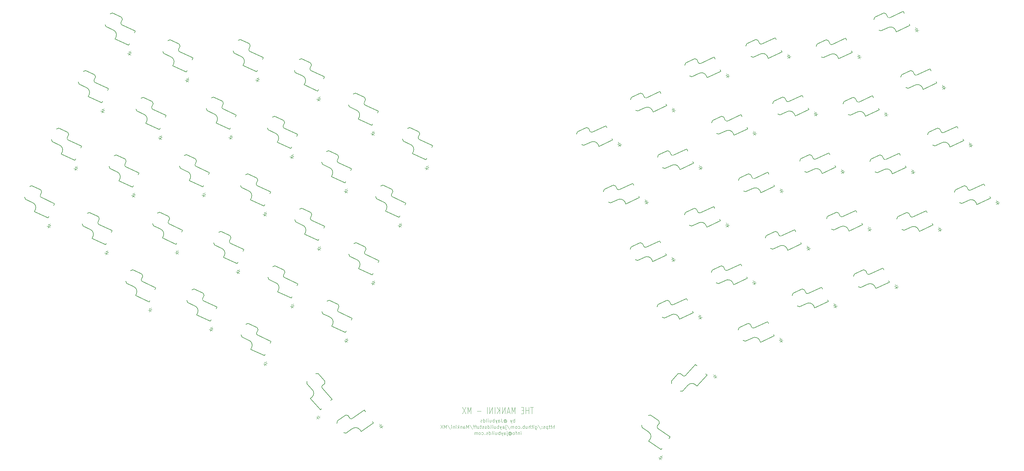
<source format=gbo>
%TF.GenerationSoftware,KiCad,Pcbnew,8.0.7*%
%TF.CreationDate,2024-12-23T04:44:47-05:00*%
%TF.ProjectId,mx,6d782e6b-6963-4616-945f-706362585858,v1.0.0*%
%TF.SameCoordinates,Original*%
%TF.FileFunction,Legend,Bot*%
%TF.FilePolarity,Positive*%
%FSLAX46Y46*%
G04 Gerber Fmt 4.6, Leading zero omitted, Abs format (unit mm)*
G04 Created by KiCad (PCBNEW 8.0.7) date 2024-12-23 04:44:47*
%MOMM*%
%LPD*%
G01*
G04 APERTURE LIST*
G04 Aperture macros list*
%AMRotRect*
0 Rectangle, with rotation*
0 The origin of the aperture is its center*
0 $1 length*
0 $2 width*
0 $3 Rotation angle, in degrees counterclockwise*
0 Add horizontal line*
21,1,$1,$2,0,0,$3*%
G04 Aperture macros list end*
%ADD10C,0.100000*%
%ADD11C,0.150000*%
%ADD12C,0.700000*%
%ADD13C,4.400000*%
%ADD14C,1.700000*%
%ADD15RotRect,0.900000X1.200000X65.000000*%
%ADD16C,1.900000*%
%ADD17C,3.000000*%
%ADD18C,3.400000*%
%ADD19RotRect,2.600000X2.600000X25.000000*%
%ADD20RotRect,0.900000X1.200000X115.000000*%
%ADD21RotRect,2.600000X2.600000X335.000000*%
%ADD22RotRect,0.900000X1.200000X55.000000*%
%ADD23RotRect,0.900000X1.200000X125.000000*%
%ADD24RotRect,2.600000X2.600000X48.000000*%
%ADD25RotRect,0.900000X1.200000X42.000000*%
%ADD26RotRect,2.600000X2.600000X312.000000*%
%ADD27RotRect,2.600000X2.600000X35.000000*%
%ADD28RotRect,2.600000X2.600000X325.000000*%
%ADD29RotRect,0.900000X1.200000X138.000000*%
G04 APERTURE END LIST*
D10*
X221071927Y-188444927D02*
X220214785Y-188444927D01*
X220643356Y-190444927D02*
X220643356Y-188444927D01*
X219714785Y-190444927D02*
X219714785Y-188444927D01*
X219714785Y-189397308D02*
X218857642Y-189397308D01*
X218857642Y-190444927D02*
X218857642Y-188444927D01*
X218143356Y-189397308D02*
X217643356Y-189397308D01*
X217429070Y-190444927D02*
X218143356Y-190444927D01*
X218143356Y-190444927D02*
X218143356Y-188444927D01*
X218143356Y-188444927D02*
X217429070Y-188444927D01*
X215643356Y-190444927D02*
X215643356Y-188444927D01*
X215643356Y-188444927D02*
X215143356Y-189873498D01*
X215143356Y-189873498D02*
X214643356Y-188444927D01*
X214643356Y-188444927D02*
X214643356Y-190444927D01*
X214000498Y-189873498D02*
X213286213Y-189873498D01*
X214143355Y-190444927D02*
X213643355Y-188444927D01*
X213643355Y-188444927D02*
X213143355Y-190444927D01*
X212643356Y-190444927D02*
X212643356Y-188444927D01*
X212643356Y-188444927D02*
X211786213Y-190444927D01*
X211786213Y-190444927D02*
X211786213Y-188444927D01*
X211071927Y-190444927D02*
X211071927Y-188444927D01*
X210214784Y-190444927D02*
X210857641Y-189302069D01*
X210214784Y-188444927D02*
X211071927Y-189587784D01*
X209571927Y-190444927D02*
X209571927Y-188444927D01*
X208857641Y-190444927D02*
X208857641Y-188444927D01*
X208857641Y-188444927D02*
X208000498Y-190444927D01*
X208000498Y-190444927D02*
X208000498Y-188444927D01*
X207286212Y-190444927D02*
X207286212Y-188444927D01*
X205429069Y-189683022D02*
X204286212Y-189683022D01*
X202429069Y-190444927D02*
X202429069Y-188444927D01*
X202429069Y-188444927D02*
X201929069Y-189873498D01*
X201929069Y-189873498D02*
X201429069Y-188444927D01*
X201429069Y-188444927D02*
X201429069Y-190444927D01*
X200857640Y-188444927D02*
X199857640Y-190444927D01*
X199857640Y-188444927D02*
X200857640Y-190444927D01*
X215508519Y-192907308D02*
X215508519Y-191907308D01*
X215508519Y-192288260D02*
X215413281Y-192240641D01*
X215413281Y-192240641D02*
X215222805Y-192240641D01*
X215222805Y-192240641D02*
X215127567Y-192288260D01*
X215127567Y-192288260D02*
X215079948Y-192335879D01*
X215079948Y-192335879D02*
X215032329Y-192431117D01*
X215032329Y-192431117D02*
X215032329Y-192716831D01*
X215032329Y-192716831D02*
X215079948Y-192812069D01*
X215079948Y-192812069D02*
X215127567Y-192859689D01*
X215127567Y-192859689D02*
X215222805Y-192907308D01*
X215222805Y-192907308D02*
X215413281Y-192907308D01*
X215413281Y-192907308D02*
X215508519Y-192859689D01*
X214698995Y-192240641D02*
X214460900Y-192907308D01*
X214222805Y-192240641D02*
X214460900Y-192907308D01*
X214460900Y-192907308D02*
X214556138Y-193145403D01*
X214556138Y-193145403D02*
X214603757Y-193193022D01*
X214603757Y-193193022D02*
X214698995Y-193240641D01*
X212460900Y-192431117D02*
X212508519Y-192383498D01*
X212508519Y-192383498D02*
X212603757Y-192335879D01*
X212603757Y-192335879D02*
X212698995Y-192335879D01*
X212698995Y-192335879D02*
X212794233Y-192383498D01*
X212794233Y-192383498D02*
X212841852Y-192431117D01*
X212841852Y-192431117D02*
X212889471Y-192526355D01*
X212889471Y-192526355D02*
X212889471Y-192621593D01*
X212889471Y-192621593D02*
X212841852Y-192716831D01*
X212841852Y-192716831D02*
X212794233Y-192764450D01*
X212794233Y-192764450D02*
X212698995Y-192812069D01*
X212698995Y-192812069D02*
X212603757Y-192812069D01*
X212603757Y-192812069D02*
X212508519Y-192764450D01*
X212508519Y-192764450D02*
X212460900Y-192716831D01*
X212460900Y-192335879D02*
X212460900Y-192716831D01*
X212460900Y-192716831D02*
X212413281Y-192764450D01*
X212413281Y-192764450D02*
X212365662Y-192764450D01*
X212365662Y-192764450D02*
X212270423Y-192716831D01*
X212270423Y-192716831D02*
X212222804Y-192621593D01*
X212222804Y-192621593D02*
X212222804Y-192383498D01*
X212222804Y-192383498D02*
X212318043Y-192240641D01*
X212318043Y-192240641D02*
X212460900Y-192145403D01*
X212460900Y-192145403D02*
X212651376Y-192097784D01*
X212651376Y-192097784D02*
X212841852Y-192145403D01*
X212841852Y-192145403D02*
X212984709Y-192240641D01*
X212984709Y-192240641D02*
X213079947Y-192383498D01*
X213079947Y-192383498D02*
X213127566Y-192573974D01*
X213127566Y-192573974D02*
X213079947Y-192764450D01*
X213079947Y-192764450D02*
X212984709Y-192907308D01*
X212984709Y-192907308D02*
X212841852Y-193002546D01*
X212841852Y-193002546D02*
X212651376Y-193050165D01*
X212651376Y-193050165D02*
X212460900Y-193002546D01*
X212460900Y-193002546D02*
X212318043Y-192907308D01*
X211508519Y-191907308D02*
X211508519Y-192621593D01*
X211508519Y-192621593D02*
X211556138Y-192764450D01*
X211556138Y-192764450D02*
X211651376Y-192859689D01*
X211651376Y-192859689D02*
X211794233Y-192907308D01*
X211794233Y-192907308D02*
X211889471Y-192907308D01*
X210603757Y-192907308D02*
X210603757Y-192383498D01*
X210603757Y-192383498D02*
X210651376Y-192288260D01*
X210651376Y-192288260D02*
X210746614Y-192240641D01*
X210746614Y-192240641D02*
X210937090Y-192240641D01*
X210937090Y-192240641D02*
X211032328Y-192288260D01*
X210603757Y-192859689D02*
X210698995Y-192907308D01*
X210698995Y-192907308D02*
X210937090Y-192907308D01*
X210937090Y-192907308D02*
X211032328Y-192859689D01*
X211032328Y-192859689D02*
X211079947Y-192764450D01*
X211079947Y-192764450D02*
X211079947Y-192669212D01*
X211079947Y-192669212D02*
X211032328Y-192573974D01*
X211032328Y-192573974D02*
X210937090Y-192526355D01*
X210937090Y-192526355D02*
X210698995Y-192526355D01*
X210698995Y-192526355D02*
X210603757Y-192478736D01*
X210222804Y-192240641D02*
X209984709Y-192907308D01*
X209746614Y-192240641D02*
X209984709Y-192907308D01*
X209984709Y-192907308D02*
X210079947Y-193145403D01*
X210079947Y-193145403D02*
X210127566Y-193193022D01*
X210127566Y-193193022D02*
X210222804Y-193240641D01*
X209365661Y-192907308D02*
X209365661Y-191907308D01*
X209365661Y-192288260D02*
X209270423Y-192240641D01*
X209270423Y-192240641D02*
X209079947Y-192240641D01*
X209079947Y-192240641D02*
X208984709Y-192288260D01*
X208984709Y-192288260D02*
X208937090Y-192335879D01*
X208937090Y-192335879D02*
X208889471Y-192431117D01*
X208889471Y-192431117D02*
X208889471Y-192716831D01*
X208889471Y-192716831D02*
X208937090Y-192812069D01*
X208937090Y-192812069D02*
X208984709Y-192859689D01*
X208984709Y-192859689D02*
X209079947Y-192907308D01*
X209079947Y-192907308D02*
X209270423Y-192907308D01*
X209270423Y-192907308D02*
X209365661Y-192859689D01*
X208032328Y-192240641D02*
X208032328Y-192907308D01*
X208460899Y-192240641D02*
X208460899Y-192764450D01*
X208460899Y-192764450D02*
X208413280Y-192859689D01*
X208413280Y-192859689D02*
X208318042Y-192907308D01*
X208318042Y-192907308D02*
X208175185Y-192907308D01*
X208175185Y-192907308D02*
X208079947Y-192859689D01*
X208079947Y-192859689D02*
X208032328Y-192812069D01*
X207556137Y-192907308D02*
X207556137Y-192240641D01*
X207556137Y-191907308D02*
X207603756Y-191954927D01*
X207603756Y-191954927D02*
X207556137Y-192002546D01*
X207556137Y-192002546D02*
X207508518Y-191954927D01*
X207508518Y-191954927D02*
X207556137Y-191907308D01*
X207556137Y-191907308D02*
X207556137Y-192002546D01*
X206937090Y-192907308D02*
X207032328Y-192859689D01*
X207032328Y-192859689D02*
X207079947Y-192764450D01*
X207079947Y-192764450D02*
X207079947Y-191907308D01*
X206127566Y-192907308D02*
X206127566Y-191907308D01*
X206127566Y-192859689D02*
X206222804Y-192907308D01*
X206222804Y-192907308D02*
X206413280Y-192907308D01*
X206413280Y-192907308D02*
X206508518Y-192859689D01*
X206508518Y-192859689D02*
X206556137Y-192812069D01*
X206556137Y-192812069D02*
X206603756Y-192716831D01*
X206603756Y-192716831D02*
X206603756Y-192431117D01*
X206603756Y-192431117D02*
X206556137Y-192335879D01*
X206556137Y-192335879D02*
X206508518Y-192288260D01*
X206508518Y-192288260D02*
X206413280Y-192240641D01*
X206413280Y-192240641D02*
X206222804Y-192240641D01*
X206222804Y-192240641D02*
X206127566Y-192288260D01*
X205698994Y-192859689D02*
X205603756Y-192907308D01*
X205603756Y-192907308D02*
X205413280Y-192907308D01*
X205413280Y-192907308D02*
X205318042Y-192859689D01*
X205318042Y-192859689D02*
X205270423Y-192764450D01*
X205270423Y-192764450D02*
X205270423Y-192716831D01*
X205270423Y-192716831D02*
X205318042Y-192621593D01*
X205318042Y-192621593D02*
X205413280Y-192573974D01*
X205413280Y-192573974D02*
X205556137Y-192573974D01*
X205556137Y-192573974D02*
X205651375Y-192526355D01*
X205651375Y-192526355D02*
X205698994Y-192431117D01*
X205698994Y-192431117D02*
X205698994Y-192383498D01*
X205698994Y-192383498D02*
X205651375Y-192288260D01*
X205651375Y-192288260D02*
X205556137Y-192240641D01*
X205556137Y-192240641D02*
X205413280Y-192240641D01*
X205413280Y-192240641D02*
X205318042Y-192288260D01*
X217365661Y-196677308D02*
X217365661Y-196010641D01*
X217365661Y-195677308D02*
X217413280Y-195724927D01*
X217413280Y-195724927D02*
X217365661Y-195772546D01*
X217365661Y-195772546D02*
X217318042Y-195724927D01*
X217318042Y-195724927D02*
X217365661Y-195677308D01*
X217365661Y-195677308D02*
X217365661Y-195772546D01*
X216889471Y-196010641D02*
X216889471Y-196677308D01*
X216889471Y-196105879D02*
X216841852Y-196058260D01*
X216841852Y-196058260D02*
X216746614Y-196010641D01*
X216746614Y-196010641D02*
X216603757Y-196010641D01*
X216603757Y-196010641D02*
X216508519Y-196058260D01*
X216508519Y-196058260D02*
X216460900Y-196153498D01*
X216460900Y-196153498D02*
X216460900Y-196677308D01*
X216127566Y-196010641D02*
X215746614Y-196010641D01*
X215984709Y-196677308D02*
X215984709Y-195820165D01*
X215984709Y-195820165D02*
X215937090Y-195724927D01*
X215937090Y-195724927D02*
X215841852Y-195677308D01*
X215841852Y-195677308D02*
X215746614Y-195677308D01*
X215270423Y-196677308D02*
X215365661Y-196629689D01*
X215365661Y-196629689D02*
X215413280Y-196582069D01*
X215413280Y-196582069D02*
X215460899Y-196486831D01*
X215460899Y-196486831D02*
X215460899Y-196201117D01*
X215460899Y-196201117D02*
X215413280Y-196105879D01*
X215413280Y-196105879D02*
X215365661Y-196058260D01*
X215365661Y-196058260D02*
X215270423Y-196010641D01*
X215270423Y-196010641D02*
X215127566Y-196010641D01*
X215127566Y-196010641D02*
X215032328Y-196058260D01*
X215032328Y-196058260D02*
X214984709Y-196105879D01*
X214984709Y-196105879D02*
X214937090Y-196201117D01*
X214937090Y-196201117D02*
X214937090Y-196486831D01*
X214937090Y-196486831D02*
X214984709Y-196582069D01*
X214984709Y-196582069D02*
X215032328Y-196629689D01*
X215032328Y-196629689D02*
X215127566Y-196677308D01*
X215127566Y-196677308D02*
X215270423Y-196677308D01*
X213889471Y-196201117D02*
X213937090Y-196153498D01*
X213937090Y-196153498D02*
X214032328Y-196105879D01*
X214032328Y-196105879D02*
X214127566Y-196105879D01*
X214127566Y-196105879D02*
X214222804Y-196153498D01*
X214222804Y-196153498D02*
X214270423Y-196201117D01*
X214270423Y-196201117D02*
X214318042Y-196296355D01*
X214318042Y-196296355D02*
X214318042Y-196391593D01*
X214318042Y-196391593D02*
X214270423Y-196486831D01*
X214270423Y-196486831D02*
X214222804Y-196534450D01*
X214222804Y-196534450D02*
X214127566Y-196582069D01*
X214127566Y-196582069D02*
X214032328Y-196582069D01*
X214032328Y-196582069D02*
X213937090Y-196534450D01*
X213937090Y-196534450D02*
X213889471Y-196486831D01*
X213889471Y-196105879D02*
X213889471Y-196486831D01*
X213889471Y-196486831D02*
X213841852Y-196534450D01*
X213841852Y-196534450D02*
X213794233Y-196534450D01*
X213794233Y-196534450D02*
X213698994Y-196486831D01*
X213698994Y-196486831D02*
X213651375Y-196391593D01*
X213651375Y-196391593D02*
X213651375Y-196153498D01*
X213651375Y-196153498D02*
X213746614Y-196010641D01*
X213746614Y-196010641D02*
X213889471Y-195915403D01*
X213889471Y-195915403D02*
X214079947Y-195867784D01*
X214079947Y-195867784D02*
X214270423Y-195915403D01*
X214270423Y-195915403D02*
X214413280Y-196010641D01*
X214413280Y-196010641D02*
X214508518Y-196153498D01*
X214508518Y-196153498D02*
X214556137Y-196343974D01*
X214556137Y-196343974D02*
X214508518Y-196534450D01*
X214508518Y-196534450D02*
X214413280Y-196677308D01*
X214413280Y-196677308D02*
X214270423Y-196772546D01*
X214270423Y-196772546D02*
X214079947Y-196820165D01*
X214079947Y-196820165D02*
X213889471Y-196772546D01*
X213889471Y-196772546D02*
X213746614Y-196677308D01*
X213222804Y-196010641D02*
X213222804Y-196867784D01*
X213222804Y-196867784D02*
X213270423Y-196963022D01*
X213270423Y-196963022D02*
X213365661Y-197010641D01*
X213365661Y-197010641D02*
X213413280Y-197010641D01*
X213222804Y-195677308D02*
X213270423Y-195724927D01*
X213270423Y-195724927D02*
X213222804Y-195772546D01*
X213222804Y-195772546D02*
X213175185Y-195724927D01*
X213175185Y-195724927D02*
X213222804Y-195677308D01*
X213222804Y-195677308D02*
X213222804Y-195772546D01*
X212318043Y-196677308D02*
X212318043Y-196153498D01*
X212318043Y-196153498D02*
X212365662Y-196058260D01*
X212365662Y-196058260D02*
X212460900Y-196010641D01*
X212460900Y-196010641D02*
X212651376Y-196010641D01*
X212651376Y-196010641D02*
X212746614Y-196058260D01*
X212318043Y-196629689D02*
X212413281Y-196677308D01*
X212413281Y-196677308D02*
X212651376Y-196677308D01*
X212651376Y-196677308D02*
X212746614Y-196629689D01*
X212746614Y-196629689D02*
X212794233Y-196534450D01*
X212794233Y-196534450D02*
X212794233Y-196439212D01*
X212794233Y-196439212D02*
X212746614Y-196343974D01*
X212746614Y-196343974D02*
X212651376Y-196296355D01*
X212651376Y-196296355D02*
X212413281Y-196296355D01*
X212413281Y-196296355D02*
X212318043Y-196248736D01*
X211937090Y-196010641D02*
X211698995Y-196677308D01*
X211460900Y-196010641D02*
X211698995Y-196677308D01*
X211698995Y-196677308D02*
X211794233Y-196915403D01*
X211794233Y-196915403D02*
X211841852Y-196963022D01*
X211841852Y-196963022D02*
X211937090Y-197010641D01*
X211079947Y-196677308D02*
X211079947Y-195677308D01*
X211079947Y-196058260D02*
X210984709Y-196010641D01*
X210984709Y-196010641D02*
X210794233Y-196010641D01*
X210794233Y-196010641D02*
X210698995Y-196058260D01*
X210698995Y-196058260D02*
X210651376Y-196105879D01*
X210651376Y-196105879D02*
X210603757Y-196201117D01*
X210603757Y-196201117D02*
X210603757Y-196486831D01*
X210603757Y-196486831D02*
X210651376Y-196582069D01*
X210651376Y-196582069D02*
X210698995Y-196629689D01*
X210698995Y-196629689D02*
X210794233Y-196677308D01*
X210794233Y-196677308D02*
X210984709Y-196677308D01*
X210984709Y-196677308D02*
X211079947Y-196629689D01*
X209746614Y-196010641D02*
X209746614Y-196677308D01*
X210175185Y-196010641D02*
X210175185Y-196534450D01*
X210175185Y-196534450D02*
X210127566Y-196629689D01*
X210127566Y-196629689D02*
X210032328Y-196677308D01*
X210032328Y-196677308D02*
X209889471Y-196677308D01*
X209889471Y-196677308D02*
X209794233Y-196629689D01*
X209794233Y-196629689D02*
X209746614Y-196582069D01*
X209270423Y-196677308D02*
X209270423Y-196010641D01*
X209270423Y-195677308D02*
X209318042Y-195724927D01*
X209318042Y-195724927D02*
X209270423Y-195772546D01*
X209270423Y-195772546D02*
X209222804Y-195724927D01*
X209222804Y-195724927D02*
X209270423Y-195677308D01*
X209270423Y-195677308D02*
X209270423Y-195772546D01*
X208651376Y-196677308D02*
X208746614Y-196629689D01*
X208746614Y-196629689D02*
X208794233Y-196534450D01*
X208794233Y-196534450D02*
X208794233Y-195677308D01*
X207841852Y-196677308D02*
X207841852Y-195677308D01*
X207841852Y-196629689D02*
X207937090Y-196677308D01*
X207937090Y-196677308D02*
X208127566Y-196677308D01*
X208127566Y-196677308D02*
X208222804Y-196629689D01*
X208222804Y-196629689D02*
X208270423Y-196582069D01*
X208270423Y-196582069D02*
X208318042Y-196486831D01*
X208318042Y-196486831D02*
X208318042Y-196201117D01*
X208318042Y-196201117D02*
X208270423Y-196105879D01*
X208270423Y-196105879D02*
X208222804Y-196058260D01*
X208222804Y-196058260D02*
X208127566Y-196010641D01*
X208127566Y-196010641D02*
X207937090Y-196010641D01*
X207937090Y-196010641D02*
X207841852Y-196058260D01*
X207413280Y-196629689D02*
X207318042Y-196677308D01*
X207318042Y-196677308D02*
X207127566Y-196677308D01*
X207127566Y-196677308D02*
X207032328Y-196629689D01*
X207032328Y-196629689D02*
X206984709Y-196534450D01*
X206984709Y-196534450D02*
X206984709Y-196486831D01*
X206984709Y-196486831D02*
X207032328Y-196391593D01*
X207032328Y-196391593D02*
X207127566Y-196343974D01*
X207127566Y-196343974D02*
X207270423Y-196343974D01*
X207270423Y-196343974D02*
X207365661Y-196296355D01*
X207365661Y-196296355D02*
X207413280Y-196201117D01*
X207413280Y-196201117D02*
X207413280Y-196153498D01*
X207413280Y-196153498D02*
X207365661Y-196058260D01*
X207365661Y-196058260D02*
X207270423Y-196010641D01*
X207270423Y-196010641D02*
X207127566Y-196010641D01*
X207127566Y-196010641D02*
X207032328Y-196058260D01*
X206556137Y-196582069D02*
X206508518Y-196629689D01*
X206508518Y-196629689D02*
X206556137Y-196677308D01*
X206556137Y-196677308D02*
X206603756Y-196629689D01*
X206603756Y-196629689D02*
X206556137Y-196582069D01*
X206556137Y-196582069D02*
X206556137Y-196677308D01*
X205651376Y-196629689D02*
X205746614Y-196677308D01*
X205746614Y-196677308D02*
X205937090Y-196677308D01*
X205937090Y-196677308D02*
X206032328Y-196629689D01*
X206032328Y-196629689D02*
X206079947Y-196582069D01*
X206079947Y-196582069D02*
X206127566Y-196486831D01*
X206127566Y-196486831D02*
X206127566Y-196201117D01*
X206127566Y-196201117D02*
X206079947Y-196105879D01*
X206079947Y-196105879D02*
X206032328Y-196058260D01*
X206032328Y-196058260D02*
X205937090Y-196010641D01*
X205937090Y-196010641D02*
X205746614Y-196010641D01*
X205746614Y-196010641D02*
X205651376Y-196058260D01*
X205079947Y-196677308D02*
X205175185Y-196629689D01*
X205175185Y-196629689D02*
X205222804Y-196582069D01*
X205222804Y-196582069D02*
X205270423Y-196486831D01*
X205270423Y-196486831D02*
X205270423Y-196201117D01*
X205270423Y-196201117D02*
X205222804Y-196105879D01*
X205222804Y-196105879D02*
X205175185Y-196058260D01*
X205175185Y-196058260D02*
X205079947Y-196010641D01*
X205079947Y-196010641D02*
X204937090Y-196010641D01*
X204937090Y-196010641D02*
X204841852Y-196058260D01*
X204841852Y-196058260D02*
X204794233Y-196105879D01*
X204794233Y-196105879D02*
X204746614Y-196201117D01*
X204746614Y-196201117D02*
X204746614Y-196486831D01*
X204746614Y-196486831D02*
X204794233Y-196582069D01*
X204794233Y-196582069D02*
X204841852Y-196629689D01*
X204841852Y-196629689D02*
X204937090Y-196677308D01*
X204937090Y-196677308D02*
X205079947Y-196677308D01*
X204318042Y-196677308D02*
X204318042Y-196010641D01*
X204318042Y-196105879D02*
X204270423Y-196058260D01*
X204270423Y-196058260D02*
X204175185Y-196010641D01*
X204175185Y-196010641D02*
X204032328Y-196010641D01*
X204032328Y-196010641D02*
X203937090Y-196058260D01*
X203937090Y-196058260D02*
X203889471Y-196153498D01*
X203889471Y-196153498D02*
X203889471Y-196677308D01*
X203889471Y-196153498D02*
X203841852Y-196058260D01*
X203841852Y-196058260D02*
X203746614Y-196010641D01*
X203746614Y-196010641D02*
X203603757Y-196010641D01*
X203603757Y-196010641D02*
X203508518Y-196058260D01*
X203508518Y-196058260D02*
X203460899Y-196153498D01*
X203460899Y-196153498D02*
X203460899Y-196677308D01*
X227413281Y-194837308D02*
X227413281Y-193837308D01*
X226984710Y-194837308D02*
X226984710Y-194313498D01*
X226984710Y-194313498D02*
X227032329Y-194218260D01*
X227032329Y-194218260D02*
X227127567Y-194170641D01*
X227127567Y-194170641D02*
X227270424Y-194170641D01*
X227270424Y-194170641D02*
X227365662Y-194218260D01*
X227365662Y-194218260D02*
X227413281Y-194265879D01*
X226651376Y-194170641D02*
X226270424Y-194170641D01*
X226508519Y-193837308D02*
X226508519Y-194694450D01*
X226508519Y-194694450D02*
X226460900Y-194789689D01*
X226460900Y-194789689D02*
X226365662Y-194837308D01*
X226365662Y-194837308D02*
X226270424Y-194837308D01*
X226079947Y-194170641D02*
X225698995Y-194170641D01*
X225937090Y-193837308D02*
X225937090Y-194694450D01*
X225937090Y-194694450D02*
X225889471Y-194789689D01*
X225889471Y-194789689D02*
X225794233Y-194837308D01*
X225794233Y-194837308D02*
X225698995Y-194837308D01*
X225365661Y-194170641D02*
X225365661Y-195170641D01*
X225365661Y-194218260D02*
X225270423Y-194170641D01*
X225270423Y-194170641D02*
X225079947Y-194170641D01*
X225079947Y-194170641D02*
X224984709Y-194218260D01*
X224984709Y-194218260D02*
X224937090Y-194265879D01*
X224937090Y-194265879D02*
X224889471Y-194361117D01*
X224889471Y-194361117D02*
X224889471Y-194646831D01*
X224889471Y-194646831D02*
X224937090Y-194742069D01*
X224937090Y-194742069D02*
X224984709Y-194789689D01*
X224984709Y-194789689D02*
X225079947Y-194837308D01*
X225079947Y-194837308D02*
X225270423Y-194837308D01*
X225270423Y-194837308D02*
X225365661Y-194789689D01*
X224508518Y-194789689D02*
X224413280Y-194837308D01*
X224413280Y-194837308D02*
X224222804Y-194837308D01*
X224222804Y-194837308D02*
X224127566Y-194789689D01*
X224127566Y-194789689D02*
X224079947Y-194694450D01*
X224079947Y-194694450D02*
X224079947Y-194646831D01*
X224079947Y-194646831D02*
X224127566Y-194551593D01*
X224127566Y-194551593D02*
X224222804Y-194503974D01*
X224222804Y-194503974D02*
X224365661Y-194503974D01*
X224365661Y-194503974D02*
X224460899Y-194456355D01*
X224460899Y-194456355D02*
X224508518Y-194361117D01*
X224508518Y-194361117D02*
X224508518Y-194313498D01*
X224508518Y-194313498D02*
X224460899Y-194218260D01*
X224460899Y-194218260D02*
X224365661Y-194170641D01*
X224365661Y-194170641D02*
X224222804Y-194170641D01*
X224222804Y-194170641D02*
X224127566Y-194218260D01*
X223651375Y-194742069D02*
X223603756Y-194789689D01*
X223603756Y-194789689D02*
X223651375Y-194837308D01*
X223651375Y-194837308D02*
X223698994Y-194789689D01*
X223698994Y-194789689D02*
X223651375Y-194742069D01*
X223651375Y-194742069D02*
X223651375Y-194837308D01*
X223651375Y-194218260D02*
X223603756Y-194265879D01*
X223603756Y-194265879D02*
X223651375Y-194313498D01*
X223651375Y-194313498D02*
X223698994Y-194265879D01*
X223698994Y-194265879D02*
X223651375Y-194218260D01*
X223651375Y-194218260D02*
X223651375Y-194313498D01*
X222460900Y-193789689D02*
X223318042Y-195075403D01*
X221698995Y-194170641D02*
X221698995Y-194980165D01*
X221698995Y-194980165D02*
X221746614Y-195075403D01*
X221746614Y-195075403D02*
X221794233Y-195123022D01*
X221794233Y-195123022D02*
X221889471Y-195170641D01*
X221889471Y-195170641D02*
X222032328Y-195170641D01*
X222032328Y-195170641D02*
X222127566Y-195123022D01*
X221698995Y-194789689D02*
X221794233Y-194837308D01*
X221794233Y-194837308D02*
X221984709Y-194837308D01*
X221984709Y-194837308D02*
X222079947Y-194789689D01*
X222079947Y-194789689D02*
X222127566Y-194742069D01*
X222127566Y-194742069D02*
X222175185Y-194646831D01*
X222175185Y-194646831D02*
X222175185Y-194361117D01*
X222175185Y-194361117D02*
X222127566Y-194265879D01*
X222127566Y-194265879D02*
X222079947Y-194218260D01*
X222079947Y-194218260D02*
X221984709Y-194170641D01*
X221984709Y-194170641D02*
X221794233Y-194170641D01*
X221794233Y-194170641D02*
X221698995Y-194218260D01*
X221222804Y-194837308D02*
X221222804Y-194170641D01*
X221222804Y-193837308D02*
X221270423Y-193884927D01*
X221270423Y-193884927D02*
X221222804Y-193932546D01*
X221222804Y-193932546D02*
X221175185Y-193884927D01*
X221175185Y-193884927D02*
X221222804Y-193837308D01*
X221222804Y-193837308D02*
X221222804Y-193932546D01*
X220889471Y-194170641D02*
X220508519Y-194170641D01*
X220746614Y-193837308D02*
X220746614Y-194694450D01*
X220746614Y-194694450D02*
X220698995Y-194789689D01*
X220698995Y-194789689D02*
X220603757Y-194837308D01*
X220603757Y-194837308D02*
X220508519Y-194837308D01*
X220175185Y-194837308D02*
X220175185Y-193837308D01*
X219746614Y-194837308D02*
X219746614Y-194313498D01*
X219746614Y-194313498D02*
X219794233Y-194218260D01*
X219794233Y-194218260D02*
X219889471Y-194170641D01*
X219889471Y-194170641D02*
X220032328Y-194170641D01*
X220032328Y-194170641D02*
X220127566Y-194218260D01*
X220127566Y-194218260D02*
X220175185Y-194265879D01*
X218841852Y-194170641D02*
X218841852Y-194837308D01*
X219270423Y-194170641D02*
X219270423Y-194694450D01*
X219270423Y-194694450D02*
X219222804Y-194789689D01*
X219222804Y-194789689D02*
X219127566Y-194837308D01*
X219127566Y-194837308D02*
X218984709Y-194837308D01*
X218984709Y-194837308D02*
X218889471Y-194789689D01*
X218889471Y-194789689D02*
X218841852Y-194742069D01*
X218365661Y-194837308D02*
X218365661Y-193837308D01*
X218365661Y-194218260D02*
X218270423Y-194170641D01*
X218270423Y-194170641D02*
X218079947Y-194170641D01*
X218079947Y-194170641D02*
X217984709Y-194218260D01*
X217984709Y-194218260D02*
X217937090Y-194265879D01*
X217937090Y-194265879D02*
X217889471Y-194361117D01*
X217889471Y-194361117D02*
X217889471Y-194646831D01*
X217889471Y-194646831D02*
X217937090Y-194742069D01*
X217937090Y-194742069D02*
X217984709Y-194789689D01*
X217984709Y-194789689D02*
X218079947Y-194837308D01*
X218079947Y-194837308D02*
X218270423Y-194837308D01*
X218270423Y-194837308D02*
X218365661Y-194789689D01*
X217460899Y-194742069D02*
X217413280Y-194789689D01*
X217413280Y-194789689D02*
X217460899Y-194837308D01*
X217460899Y-194837308D02*
X217508518Y-194789689D01*
X217508518Y-194789689D02*
X217460899Y-194742069D01*
X217460899Y-194742069D02*
X217460899Y-194837308D01*
X216556138Y-194789689D02*
X216651376Y-194837308D01*
X216651376Y-194837308D02*
X216841852Y-194837308D01*
X216841852Y-194837308D02*
X216937090Y-194789689D01*
X216937090Y-194789689D02*
X216984709Y-194742069D01*
X216984709Y-194742069D02*
X217032328Y-194646831D01*
X217032328Y-194646831D02*
X217032328Y-194361117D01*
X217032328Y-194361117D02*
X216984709Y-194265879D01*
X216984709Y-194265879D02*
X216937090Y-194218260D01*
X216937090Y-194218260D02*
X216841852Y-194170641D01*
X216841852Y-194170641D02*
X216651376Y-194170641D01*
X216651376Y-194170641D02*
X216556138Y-194218260D01*
X215984709Y-194837308D02*
X216079947Y-194789689D01*
X216079947Y-194789689D02*
X216127566Y-194742069D01*
X216127566Y-194742069D02*
X216175185Y-194646831D01*
X216175185Y-194646831D02*
X216175185Y-194361117D01*
X216175185Y-194361117D02*
X216127566Y-194265879D01*
X216127566Y-194265879D02*
X216079947Y-194218260D01*
X216079947Y-194218260D02*
X215984709Y-194170641D01*
X215984709Y-194170641D02*
X215841852Y-194170641D01*
X215841852Y-194170641D02*
X215746614Y-194218260D01*
X215746614Y-194218260D02*
X215698995Y-194265879D01*
X215698995Y-194265879D02*
X215651376Y-194361117D01*
X215651376Y-194361117D02*
X215651376Y-194646831D01*
X215651376Y-194646831D02*
X215698995Y-194742069D01*
X215698995Y-194742069D02*
X215746614Y-194789689D01*
X215746614Y-194789689D02*
X215841852Y-194837308D01*
X215841852Y-194837308D02*
X215984709Y-194837308D01*
X215222804Y-194837308D02*
X215222804Y-194170641D01*
X215222804Y-194265879D02*
X215175185Y-194218260D01*
X215175185Y-194218260D02*
X215079947Y-194170641D01*
X215079947Y-194170641D02*
X214937090Y-194170641D01*
X214937090Y-194170641D02*
X214841852Y-194218260D01*
X214841852Y-194218260D02*
X214794233Y-194313498D01*
X214794233Y-194313498D02*
X214794233Y-194837308D01*
X214794233Y-194313498D02*
X214746614Y-194218260D01*
X214746614Y-194218260D02*
X214651376Y-194170641D01*
X214651376Y-194170641D02*
X214508519Y-194170641D01*
X214508519Y-194170641D02*
X214413280Y-194218260D01*
X214413280Y-194218260D02*
X214365661Y-194313498D01*
X214365661Y-194313498D02*
X214365661Y-194837308D01*
X213175186Y-193789689D02*
X214032328Y-195075403D01*
X212841852Y-194170641D02*
X212841852Y-195027784D01*
X212841852Y-195027784D02*
X212889471Y-195123022D01*
X212889471Y-195123022D02*
X212984709Y-195170641D01*
X212984709Y-195170641D02*
X213032328Y-195170641D01*
X212841852Y-193837308D02*
X212889471Y-193884927D01*
X212889471Y-193884927D02*
X212841852Y-193932546D01*
X212841852Y-193932546D02*
X212794233Y-193884927D01*
X212794233Y-193884927D02*
X212841852Y-193837308D01*
X212841852Y-193837308D02*
X212841852Y-193932546D01*
X211937091Y-194837308D02*
X211937091Y-194313498D01*
X211937091Y-194313498D02*
X211984710Y-194218260D01*
X211984710Y-194218260D02*
X212079948Y-194170641D01*
X212079948Y-194170641D02*
X212270424Y-194170641D01*
X212270424Y-194170641D02*
X212365662Y-194218260D01*
X211937091Y-194789689D02*
X212032329Y-194837308D01*
X212032329Y-194837308D02*
X212270424Y-194837308D01*
X212270424Y-194837308D02*
X212365662Y-194789689D01*
X212365662Y-194789689D02*
X212413281Y-194694450D01*
X212413281Y-194694450D02*
X212413281Y-194599212D01*
X212413281Y-194599212D02*
X212365662Y-194503974D01*
X212365662Y-194503974D02*
X212270424Y-194456355D01*
X212270424Y-194456355D02*
X212032329Y-194456355D01*
X212032329Y-194456355D02*
X211937091Y-194408736D01*
X211556138Y-194170641D02*
X211318043Y-194837308D01*
X211079948Y-194170641D02*
X211318043Y-194837308D01*
X211318043Y-194837308D02*
X211413281Y-195075403D01*
X211413281Y-195075403D02*
X211460900Y-195123022D01*
X211460900Y-195123022D02*
X211556138Y-195170641D01*
X210698995Y-194837308D02*
X210698995Y-193837308D01*
X210698995Y-194218260D02*
X210603757Y-194170641D01*
X210603757Y-194170641D02*
X210413281Y-194170641D01*
X210413281Y-194170641D02*
X210318043Y-194218260D01*
X210318043Y-194218260D02*
X210270424Y-194265879D01*
X210270424Y-194265879D02*
X210222805Y-194361117D01*
X210222805Y-194361117D02*
X210222805Y-194646831D01*
X210222805Y-194646831D02*
X210270424Y-194742069D01*
X210270424Y-194742069D02*
X210318043Y-194789689D01*
X210318043Y-194789689D02*
X210413281Y-194837308D01*
X210413281Y-194837308D02*
X210603757Y-194837308D01*
X210603757Y-194837308D02*
X210698995Y-194789689D01*
X209365662Y-194170641D02*
X209365662Y-194837308D01*
X209794233Y-194170641D02*
X209794233Y-194694450D01*
X209794233Y-194694450D02*
X209746614Y-194789689D01*
X209746614Y-194789689D02*
X209651376Y-194837308D01*
X209651376Y-194837308D02*
X209508519Y-194837308D01*
X209508519Y-194837308D02*
X209413281Y-194789689D01*
X209413281Y-194789689D02*
X209365662Y-194742069D01*
X208889471Y-194837308D02*
X208889471Y-194170641D01*
X208889471Y-193837308D02*
X208937090Y-193884927D01*
X208937090Y-193884927D02*
X208889471Y-193932546D01*
X208889471Y-193932546D02*
X208841852Y-193884927D01*
X208841852Y-193884927D02*
X208889471Y-193837308D01*
X208889471Y-193837308D02*
X208889471Y-193932546D01*
X208270424Y-194837308D02*
X208365662Y-194789689D01*
X208365662Y-194789689D02*
X208413281Y-194694450D01*
X208413281Y-194694450D02*
X208413281Y-193837308D01*
X207460900Y-194837308D02*
X207460900Y-193837308D01*
X207460900Y-194789689D02*
X207556138Y-194837308D01*
X207556138Y-194837308D02*
X207746614Y-194837308D01*
X207746614Y-194837308D02*
X207841852Y-194789689D01*
X207841852Y-194789689D02*
X207889471Y-194742069D01*
X207889471Y-194742069D02*
X207937090Y-194646831D01*
X207937090Y-194646831D02*
X207937090Y-194361117D01*
X207937090Y-194361117D02*
X207889471Y-194265879D01*
X207889471Y-194265879D02*
X207841852Y-194218260D01*
X207841852Y-194218260D02*
X207746614Y-194170641D01*
X207746614Y-194170641D02*
X207556138Y-194170641D01*
X207556138Y-194170641D02*
X207460900Y-194218260D01*
X207032328Y-194789689D02*
X206937090Y-194837308D01*
X206937090Y-194837308D02*
X206746614Y-194837308D01*
X206746614Y-194837308D02*
X206651376Y-194789689D01*
X206651376Y-194789689D02*
X206603757Y-194694450D01*
X206603757Y-194694450D02*
X206603757Y-194646831D01*
X206603757Y-194646831D02*
X206651376Y-194551593D01*
X206651376Y-194551593D02*
X206746614Y-194503974D01*
X206746614Y-194503974D02*
X206889471Y-194503974D01*
X206889471Y-194503974D02*
X206984709Y-194456355D01*
X206984709Y-194456355D02*
X207032328Y-194361117D01*
X207032328Y-194361117D02*
X207032328Y-194313498D01*
X207032328Y-194313498D02*
X206984709Y-194218260D01*
X206984709Y-194218260D02*
X206889471Y-194170641D01*
X206889471Y-194170641D02*
X206746614Y-194170641D01*
X206746614Y-194170641D02*
X206651376Y-194218260D01*
X206222804Y-194789689D02*
X206127566Y-194837308D01*
X206127566Y-194837308D02*
X205937090Y-194837308D01*
X205937090Y-194837308D02*
X205841852Y-194789689D01*
X205841852Y-194789689D02*
X205794233Y-194694450D01*
X205794233Y-194694450D02*
X205794233Y-194646831D01*
X205794233Y-194646831D02*
X205841852Y-194551593D01*
X205841852Y-194551593D02*
X205937090Y-194503974D01*
X205937090Y-194503974D02*
X206079947Y-194503974D01*
X206079947Y-194503974D02*
X206175185Y-194456355D01*
X206175185Y-194456355D02*
X206222804Y-194361117D01*
X206222804Y-194361117D02*
X206222804Y-194313498D01*
X206222804Y-194313498D02*
X206175185Y-194218260D01*
X206175185Y-194218260D02*
X206079947Y-194170641D01*
X206079947Y-194170641D02*
X205937090Y-194170641D01*
X205937090Y-194170641D02*
X205841852Y-194218260D01*
X205508518Y-194170641D02*
X205127566Y-194170641D01*
X205365661Y-193837308D02*
X205365661Y-194694450D01*
X205365661Y-194694450D02*
X205318042Y-194789689D01*
X205318042Y-194789689D02*
X205222804Y-194837308D01*
X205222804Y-194837308D02*
X205127566Y-194837308D01*
X204365661Y-194170641D02*
X204365661Y-194837308D01*
X204794232Y-194170641D02*
X204794232Y-194694450D01*
X204794232Y-194694450D02*
X204746613Y-194789689D01*
X204746613Y-194789689D02*
X204651375Y-194837308D01*
X204651375Y-194837308D02*
X204508518Y-194837308D01*
X204508518Y-194837308D02*
X204413280Y-194789689D01*
X204413280Y-194789689D02*
X204365661Y-194742069D01*
X204032327Y-194170641D02*
X203651375Y-194170641D01*
X203889470Y-194837308D02*
X203889470Y-193980165D01*
X203889470Y-193980165D02*
X203841851Y-193884927D01*
X203841851Y-193884927D02*
X203746613Y-193837308D01*
X203746613Y-193837308D02*
X203651375Y-193837308D01*
X203460898Y-194170641D02*
X203079946Y-194170641D01*
X203318041Y-194837308D02*
X203318041Y-193980165D01*
X203318041Y-193980165D02*
X203270422Y-193884927D01*
X203270422Y-193884927D02*
X203175184Y-193837308D01*
X203175184Y-193837308D02*
X203079946Y-193837308D01*
X202032327Y-193789689D02*
X202889469Y-195075403D01*
X201698993Y-194837308D02*
X201698993Y-193837308D01*
X201698993Y-193837308D02*
X201365660Y-194551593D01*
X201365660Y-194551593D02*
X201032327Y-193837308D01*
X201032327Y-193837308D02*
X201032327Y-194837308D01*
X200127565Y-194837308D02*
X200127565Y-194313498D01*
X200127565Y-194313498D02*
X200175184Y-194218260D01*
X200175184Y-194218260D02*
X200270422Y-194170641D01*
X200270422Y-194170641D02*
X200460898Y-194170641D01*
X200460898Y-194170641D02*
X200556136Y-194218260D01*
X200127565Y-194789689D02*
X200222803Y-194837308D01*
X200222803Y-194837308D02*
X200460898Y-194837308D01*
X200460898Y-194837308D02*
X200556136Y-194789689D01*
X200556136Y-194789689D02*
X200603755Y-194694450D01*
X200603755Y-194694450D02*
X200603755Y-194599212D01*
X200603755Y-194599212D02*
X200556136Y-194503974D01*
X200556136Y-194503974D02*
X200460898Y-194456355D01*
X200460898Y-194456355D02*
X200222803Y-194456355D01*
X200222803Y-194456355D02*
X200127565Y-194408736D01*
X199651374Y-194170641D02*
X199651374Y-194837308D01*
X199651374Y-194265879D02*
X199603755Y-194218260D01*
X199603755Y-194218260D02*
X199508517Y-194170641D01*
X199508517Y-194170641D02*
X199365660Y-194170641D01*
X199365660Y-194170641D02*
X199270422Y-194218260D01*
X199270422Y-194218260D02*
X199222803Y-194313498D01*
X199222803Y-194313498D02*
X199222803Y-194837308D01*
X198746612Y-194837308D02*
X198746612Y-193837308D01*
X198651374Y-194456355D02*
X198365660Y-194837308D01*
X198365660Y-194170641D02*
X198746612Y-194551593D01*
X197937088Y-194837308D02*
X197937088Y-194170641D01*
X197937088Y-193837308D02*
X197984707Y-193884927D01*
X197984707Y-193884927D02*
X197937088Y-193932546D01*
X197937088Y-193932546D02*
X197889469Y-193884927D01*
X197889469Y-193884927D02*
X197937088Y-193837308D01*
X197937088Y-193837308D02*
X197937088Y-193932546D01*
X197460898Y-194170641D02*
X197460898Y-194837308D01*
X197460898Y-194265879D02*
X197413279Y-194218260D01*
X197413279Y-194218260D02*
X197318041Y-194170641D01*
X197318041Y-194170641D02*
X197175184Y-194170641D01*
X197175184Y-194170641D02*
X197079946Y-194218260D01*
X197079946Y-194218260D02*
X197032327Y-194313498D01*
X197032327Y-194313498D02*
X197032327Y-194837308D01*
X196556136Y-194837308D02*
X196556136Y-194170641D01*
X196556136Y-193837308D02*
X196603755Y-193884927D01*
X196603755Y-193884927D02*
X196556136Y-193932546D01*
X196556136Y-193932546D02*
X196508517Y-193884927D01*
X196508517Y-193884927D02*
X196556136Y-193837308D01*
X196556136Y-193837308D02*
X196556136Y-193932546D01*
X195365661Y-193789689D02*
X196222803Y-195075403D01*
X195032327Y-194837308D02*
X195032327Y-193837308D01*
X195032327Y-193837308D02*
X194698994Y-194551593D01*
X194698994Y-194551593D02*
X194365661Y-193837308D01*
X194365661Y-193837308D02*
X194365661Y-194837308D01*
X193984708Y-193837308D02*
X193318042Y-194837308D01*
X193318042Y-193837308D02*
X193984708Y-194837308D01*
X172746875Y-106942969D02*
X172915925Y-106580447D01*
X172806974Y-105867615D02*
X173532019Y-106205707D01*
X172915925Y-106580447D02*
X172417455Y-106348007D01*
X172915925Y-106580447D02*
X172806974Y-105867615D01*
X172915925Y-106580447D02*
X173414396Y-106812886D01*
X173169495Y-106036660D02*
X173380807Y-105583507D01*
X173532019Y-106205707D02*
X172915925Y-106580447D01*
D11*
X242360023Y-123096935D02*
X242118176Y-123761397D01*
X244261804Y-127175318D02*
X243597340Y-126933474D01*
X245078944Y-121829078D02*
X242360023Y-123096935D01*
X245743406Y-122070925D02*
X245078944Y-121829078D01*
X245743406Y-122070925D02*
X246132216Y-122904724D01*
X246346310Y-126203297D02*
X244261804Y-127175318D01*
X246848614Y-123210624D02*
X250908873Y-121317292D01*
X248816794Y-127478724D02*
X248520959Y-126844304D01*
X250908873Y-121317292D02*
X251162444Y-121861079D01*
X252683870Y-125123787D02*
X252895180Y-125576939D01*
X252895180Y-125576939D02*
X248816794Y-127478724D01*
X246346310Y-126203297D02*
G75*
G02*
X248512511Y-126826180I771656J-1394553D01*
G01*
X246848614Y-123210624D02*
G75*
G02*
X246132215Y-122904724I-205250J511148D01*
G01*
X306116814Y-79519258D02*
X305874967Y-80183720D01*
X308018595Y-83597641D02*
X307354131Y-83355797D01*
X308835735Y-78251401D02*
X306116814Y-79519258D01*
X309500197Y-78493248D02*
X308835735Y-78251401D01*
X309500197Y-78493248D02*
X309889007Y-79327047D01*
X310103101Y-82625620D02*
X308018595Y-83597641D01*
X310605405Y-79632947D02*
X314665664Y-77739615D01*
X312573585Y-83901047D02*
X312277750Y-83266627D01*
X314665664Y-77739615D02*
X314919235Y-78283402D01*
X316440661Y-81546110D02*
X316651971Y-81999262D01*
X316651971Y-81999262D02*
X312573585Y-83901047D01*
X310103101Y-82625620D02*
G75*
G02*
X312269302Y-83248503I771656J-1394553D01*
G01*
X310605405Y-79632947D02*
G75*
G02*
X309889006Y-79327047I-205250J511148D01*
G01*
D10*
X114063914Y-142636700D02*
X114232964Y-142274178D01*
X114124013Y-141561346D02*
X114849058Y-141899438D01*
X114232964Y-142274178D02*
X113734494Y-142041738D01*
X114232964Y-142274178D02*
X114124013Y-141561346D01*
X114232964Y-142274178D02*
X114731435Y-142506617D01*
X114486534Y-141730391D02*
X114697846Y-141277238D01*
X114849058Y-141899438D02*
X114232964Y-142274178D01*
X286845013Y-106159891D02*
X287570058Y-105821798D01*
X287207537Y-105990843D02*
X286996225Y-105537690D01*
X287461107Y-106534629D02*
X286845013Y-106159891D01*
X287461107Y-106534629D02*
X286962639Y-106767070D01*
X287461107Y-106534629D02*
X287959577Y-106302190D01*
X287570058Y-105821798D02*
X287461107Y-106534629D01*
X287630157Y-106897152D02*
X287461107Y-106534629D01*
D11*
X141720183Y-105274164D02*
X141478336Y-104609701D01*
X143621964Y-101195778D02*
X142957500Y-101437626D01*
X143804689Y-106246187D02*
X141720183Y-105274164D01*
X144415652Y-108958514D02*
X144711485Y-108324099D01*
X146340887Y-102463635D02*
X143621964Y-101195778D01*
X146420084Y-104707320D02*
X150480344Y-106600650D01*
X146582732Y-103128097D02*
X146193923Y-103961901D01*
X146582732Y-103128097D02*
X146340887Y-102463635D01*
X148494038Y-110860296D02*
X144415652Y-108958514D01*
X148705346Y-110407142D02*
X148494038Y-110860296D01*
X150480344Y-106600650D02*
X150226775Y-107144433D01*
X143804689Y-106246187D02*
G75*
G02*
X144719936Y-108305972I-572268J-1487516D01*
G01*
X146420084Y-104707320D02*
G75*
G02*
X146193922Y-103961901I259630J485791D01*
G01*
D10*
X343500617Y-92429795D02*
X344225662Y-92091702D01*
X343863141Y-92260747D02*
X343651829Y-91807594D01*
X344116711Y-92804533D02*
X343500617Y-92429795D01*
X344116711Y-92804533D02*
X343618243Y-93036974D01*
X344116711Y-92804533D02*
X344615181Y-92572094D01*
X344225662Y-92091702D02*
X344116711Y-92804533D01*
X344285761Y-93167056D02*
X344116711Y-92804533D01*
X188955495Y-117259617D02*
X189124545Y-116897095D01*
X189015594Y-116184263D02*
X189740639Y-116522355D01*
X189124545Y-116897095D02*
X188626075Y-116664655D01*
X189124545Y-116897095D02*
X189015594Y-116184263D01*
X189124545Y-116897095D02*
X189623016Y-117129534D01*
X189378115Y-116353308D02*
X189589427Y-115900155D01*
X189740639Y-116522355D02*
X189124545Y-116897095D01*
X124334748Y-165686971D02*
X124503798Y-165324449D01*
X124394847Y-164611617D02*
X125119892Y-164949709D01*
X124503798Y-165324449D02*
X124005328Y-165092009D01*
X124503798Y-165324449D02*
X124394847Y-164611617D01*
X124503798Y-165324449D02*
X125002269Y-165556888D01*
X124757368Y-164780662D02*
X124968680Y-164327509D01*
X125119892Y-164949709D02*
X124503798Y-165324449D01*
D11*
X323381981Y-71468380D02*
X323140134Y-72132842D01*
X325283762Y-75546763D02*
X324619298Y-75304919D01*
X326100902Y-70200523D02*
X323381981Y-71468380D01*
X326765364Y-70442370D02*
X326100902Y-70200523D01*
X326765364Y-70442370D02*
X327154174Y-71276169D01*
X327368268Y-74574742D02*
X325283762Y-75546763D01*
X327870572Y-71582069D02*
X331930831Y-69688737D01*
X329838752Y-75850169D02*
X329542917Y-75215749D01*
X331930831Y-69688737D02*
X332184402Y-70232524D01*
X333705828Y-73495232D02*
X333917138Y-73948384D01*
X333917138Y-73948384D02*
X329838752Y-75850169D01*
X327368268Y-74574742D02*
G75*
G02*
X329534469Y-75197625I771656J-1394553D01*
G01*
X327870572Y-71582069D02*
G75*
G02*
X327154173Y-71276169I-205250J511148D01*
G01*
X274670394Y-147310612D02*
X274428547Y-147975074D01*
X276572175Y-151388995D02*
X275907711Y-151147151D01*
X277389315Y-146042755D02*
X274670394Y-147310612D01*
X278053777Y-146284602D02*
X277389315Y-146042755D01*
X278053777Y-146284602D02*
X278442587Y-147118401D01*
X278656681Y-150416974D02*
X276572175Y-151388995D01*
X279158985Y-147424301D02*
X283219244Y-145530969D01*
X281127165Y-151692401D02*
X280831330Y-151057981D01*
X283219244Y-145530969D02*
X283472815Y-146074756D01*
X284994241Y-149337464D02*
X285205551Y-149790616D01*
X285205551Y-149790616D02*
X281127165Y-151692401D01*
X278656681Y-150416974D02*
G75*
G02*
X280822882Y-151039857I771656J-1394553D01*
G01*
X279158985Y-147424301D02*
G75*
G02*
X278442586Y-147118401I-205250J511148D01*
G01*
D10*
X254427774Y-126793183D02*
X255152819Y-126455090D01*
X254790298Y-126624135D02*
X254578986Y-126170982D01*
X255043868Y-127167921D02*
X254427774Y-126793183D01*
X255043868Y-127167921D02*
X254545400Y-127400362D01*
X255043868Y-127167921D02*
X255542338Y-126935482D01*
X255152819Y-126455090D02*
X255043868Y-127167921D01*
X255212918Y-127530444D02*
X255043868Y-127167921D01*
X313217601Y-117639945D02*
X313942646Y-117301852D01*
X313580125Y-117470897D02*
X313368813Y-117017744D01*
X313833695Y-118014683D02*
X313217601Y-117639945D01*
X313833695Y-118014683D02*
X313335227Y-118247124D01*
X313833695Y-118014683D02*
X314332165Y-117782244D01*
X313942646Y-117301852D02*
X313833695Y-118014683D01*
X314002745Y-118377206D02*
X313833695Y-118014683D01*
D11*
X282828131Y-119728799D02*
X282586284Y-120393261D01*
X284729912Y-123807182D02*
X284065448Y-123565338D01*
X285547052Y-118460942D02*
X282828131Y-119728799D01*
X286211514Y-118702789D02*
X285547052Y-118460942D01*
X286211514Y-118702789D02*
X286600324Y-119536588D01*
X286814418Y-122835161D02*
X284729912Y-123807182D01*
X287316722Y-119842488D02*
X291376981Y-117949156D01*
X289284902Y-124110588D02*
X288989067Y-123476168D01*
X291376981Y-117949156D02*
X291630552Y-118492943D01*
X293151978Y-121755651D02*
X293363288Y-122208803D01*
X293363288Y-122208803D02*
X289284902Y-124110588D01*
X286814418Y-122835161D02*
G75*
G02*
X288980619Y-123458044I771656J-1394553D01*
G01*
X287316722Y-119842488D02*
G75*
G02*
X286600323Y-119536588I-205250J511148D01*
G01*
X115347600Y-116754219D02*
X115105753Y-116089756D01*
X117249381Y-112675833D02*
X116584917Y-112917681D01*
X117432106Y-117726242D02*
X115347600Y-116754219D01*
X118043069Y-120438569D02*
X118338902Y-119804154D01*
X119968304Y-113943690D02*
X117249381Y-112675833D01*
X120047501Y-116187375D02*
X124107761Y-118080705D01*
X120210149Y-114608152D02*
X119821340Y-115441956D01*
X120210149Y-114608152D02*
X119968304Y-113943690D01*
X122121455Y-122340351D02*
X118043069Y-120438569D01*
X122332763Y-121887197D02*
X122121455Y-122340351D01*
X124107761Y-118080705D02*
X123854192Y-118624488D01*
X117432106Y-117726242D02*
G75*
G02*
X118347353Y-119786027I-572268J-1487516D01*
G01*
X120047501Y-116187375D02*
G75*
G02*
X119821339Y-115441956I259630J485791D01*
G01*
D10*
X106013037Y-159901865D02*
X106182087Y-159539343D01*
X106073136Y-158826511D02*
X106798181Y-159164603D01*
X106182087Y-159539343D02*
X105683617Y-159306903D01*
X106182087Y-159539343D02*
X106073136Y-158826511D01*
X106182087Y-159539343D02*
X106680558Y-159771782D01*
X106435657Y-158995556D02*
X106646969Y-158542403D01*
X106798181Y-159164603D02*
X106182087Y-159539343D01*
X109096943Y-108212270D02*
X109265993Y-107849748D01*
X109157042Y-107136916D02*
X109882087Y-107475008D01*
X109265993Y-107849748D02*
X108767523Y-107617308D01*
X109265993Y-107849748D02*
X109157042Y-107136916D01*
X109265993Y-107849748D02*
X109764464Y-108082187D01*
X109519563Y-107305961D02*
X109730875Y-106852808D01*
X109882087Y-107475008D02*
X109265993Y-107849748D01*
D11*
X290879013Y-136993964D02*
X290637166Y-137658426D01*
X292780794Y-141072347D02*
X292116330Y-140830503D01*
X293597934Y-135726107D02*
X290879013Y-136993964D01*
X294262396Y-135967954D02*
X293597934Y-135726107D01*
X294262396Y-135967954D02*
X294651206Y-136801753D01*
X294865300Y-140100326D02*
X292780794Y-141072347D01*
X295367604Y-137107653D02*
X299427863Y-135214321D01*
X297335784Y-141375753D02*
X297039949Y-140741333D01*
X299427863Y-135214321D02*
X299681434Y-135758108D01*
X301202860Y-139020816D02*
X301414170Y-139473968D01*
X301414170Y-139473968D02*
X297335784Y-141375753D01*
X294865300Y-140100326D02*
G75*
G02*
X297031501Y-140723209I771656J-1394553D01*
G01*
X295367604Y-137107653D02*
G75*
G02*
X294651205Y-136801753I-205250J511148D01*
G01*
D10*
X258844486Y-204180260D02*
X259073918Y-203852599D01*
X259073918Y-203852599D02*
X258623383Y-203537134D01*
X259073918Y-203852599D02*
X259090401Y-203131680D01*
X259073918Y-203852599D02*
X259524450Y-204168068D01*
X259090401Y-203131680D02*
X259745723Y-203590541D01*
X259418062Y-203361112D02*
X259704850Y-202951536D01*
X259745723Y-203590541D02*
X259073918Y-203852599D01*
D11*
X102329747Y-99594953D02*
X102087900Y-98930490D01*
X104231528Y-95516567D02*
X103567064Y-95758415D01*
X104414253Y-100566976D02*
X102329747Y-99594953D01*
X105025216Y-103279303D02*
X105321049Y-102644888D01*
X106950451Y-96784424D02*
X104231528Y-95516567D01*
X107029648Y-99028109D02*
X111089908Y-100921439D01*
X107192296Y-97448886D02*
X106803487Y-98282690D01*
X107192296Y-97448886D02*
X106950451Y-96784424D01*
X109103602Y-105181085D02*
X105025216Y-103279303D01*
X109314910Y-104727931D02*
X109103602Y-105181085D01*
X111089908Y-100921439D02*
X110836339Y-101465222D01*
X104414253Y-100566976D02*
G75*
G02*
X105329500Y-102626761I-572268J-1487516D01*
G01*
X107029648Y-99028109D02*
G75*
G02*
X106803486Y-98282690I259630J485791D01*
G01*
D10*
X286738153Y-151006865D02*
X287463198Y-150668772D01*
X287100677Y-150837817D02*
X286889365Y-150384664D01*
X287354247Y-151381603D02*
X286738153Y-151006865D01*
X287354247Y-151381603D02*
X286855779Y-151614044D01*
X287354247Y-151381603D02*
X287852717Y-151149164D01*
X287463198Y-150668772D02*
X287354247Y-151381603D01*
X287523297Y-151744126D02*
X287354247Y-151381603D01*
X172853733Y-151789947D02*
X173022783Y-151427425D01*
X172913832Y-150714593D02*
X173638877Y-151052685D01*
X173022783Y-151427425D02*
X172524313Y-151194985D01*
X173022783Y-151427425D02*
X172913832Y-150714593D01*
X173022783Y-151427425D02*
X173521254Y-151659864D01*
X173276353Y-150883638D02*
X173487665Y-150430485D01*
X173638877Y-151052685D02*
X173022783Y-151427425D01*
X156538258Y-96626322D02*
X156707308Y-96263800D01*
X156598357Y-95550968D02*
X157323402Y-95889060D01*
X156707308Y-96263800D02*
X156208838Y-96031360D01*
X156707308Y-96263800D02*
X156598357Y-95550968D01*
X156707308Y-96263800D02*
X157205779Y-96496239D01*
X156960878Y-95720013D02*
X157172190Y-95266860D01*
X157323402Y-95889060D02*
X156707308Y-96263800D01*
X140543366Y-176003622D02*
X140712416Y-175641100D01*
X140603465Y-174928268D02*
X141328510Y-175266360D01*
X140712416Y-175641100D02*
X140213946Y-175408660D01*
X140712416Y-175641100D02*
X140603465Y-174928268D01*
X140712416Y-175641100D02*
X141210887Y-175873539D01*
X140965986Y-175097313D02*
X141177298Y-174644160D01*
X141328510Y-175266360D02*
X140712416Y-175641100D01*
X180904616Y-134524781D02*
X181073666Y-134162259D01*
X180964715Y-133449427D02*
X181689760Y-133787519D01*
X181073666Y-134162259D02*
X180575196Y-133929819D01*
X181073666Y-134162259D02*
X180964715Y-133449427D01*
X181073666Y-134162259D02*
X181572137Y-134394698D01*
X181327236Y-133618472D02*
X181538548Y-133165319D01*
X181689760Y-133787519D02*
X181073666Y-134162259D01*
D11*
X149771064Y-88009003D02*
X149529217Y-87344540D01*
X151672845Y-83930617D02*
X151008381Y-84172465D01*
X151855570Y-88981026D02*
X149771064Y-88009003D01*
X152466533Y-91693353D02*
X152762366Y-91058938D01*
X154391768Y-85198474D02*
X151672845Y-83930617D01*
X154470965Y-87442159D02*
X158531225Y-89335489D01*
X154633613Y-85862936D02*
X154244804Y-86696740D01*
X154633613Y-85862936D02*
X154391768Y-85198474D01*
X156544919Y-93595135D02*
X152466533Y-91693353D01*
X156756227Y-93141981D02*
X156544919Y-93595135D01*
X158531225Y-89335489D02*
X158277656Y-89879272D01*
X151855570Y-88981026D02*
G75*
G02*
X152770817Y-91040811I-572268J-1487516D01*
G01*
X154470965Y-87442159D02*
G75*
G02*
X154244803Y-86696740I259630J485791D01*
G01*
X133776171Y-167386302D02*
X133534324Y-166721839D01*
X135677952Y-163307916D02*
X135013488Y-163549764D01*
X135860677Y-168358325D02*
X133776171Y-167386302D01*
X136471640Y-171070652D02*
X136767473Y-170436237D01*
X138396875Y-164575773D02*
X135677952Y-163307916D01*
X138476072Y-166819458D02*
X142536332Y-168712788D01*
X138638720Y-165240235D02*
X138249911Y-166074039D01*
X138638720Y-165240235D02*
X138396875Y-164575773D01*
X140550026Y-172972434D02*
X136471640Y-171070652D01*
X140761334Y-172519280D02*
X140550026Y-172972434D01*
X142536332Y-168712788D02*
X142282763Y-169256571D01*
X135860677Y-168358325D02*
G75*
G02*
X136775924Y-170418110I-572268J-1487516D01*
G01*
X138476072Y-166819458D02*
G75*
G02*
X138249910Y-166074039I259630J485791D01*
G01*
D10*
X321268481Y-134905110D02*
X321993526Y-134567017D01*
X321631005Y-134736062D02*
X321419693Y-134282909D01*
X321884575Y-135279848D02*
X321268481Y-134905110D01*
X321884575Y-135279848D02*
X321386107Y-135512289D01*
X321884575Y-135279848D02*
X322383045Y-135047409D01*
X321993526Y-134567017D02*
X321884575Y-135279848D01*
X322053625Y-135642371D02*
X321884575Y-135279848D01*
D11*
X77013705Y-108809232D02*
X76771858Y-108144769D01*
X78915486Y-104730846D02*
X78251022Y-104972694D01*
X79098211Y-109781255D02*
X77013705Y-108809232D01*
X79709174Y-112493582D02*
X80005007Y-111859167D01*
X81634409Y-105998703D02*
X78915486Y-104730846D01*
X81713606Y-108242388D02*
X85773866Y-110135718D01*
X81876254Y-106663165D02*
X81487445Y-107496969D01*
X81876254Y-106663165D02*
X81634409Y-105998703D01*
X83787560Y-114395364D02*
X79709174Y-112493582D01*
X83998868Y-113942210D02*
X83787560Y-114395364D01*
X85773866Y-110135718D02*
X85520297Y-110679501D01*
X79098211Y-109781255D02*
G75*
G02*
X80013458Y-111841040I-572268J-1487516D01*
G01*
X81713606Y-108242388D02*
G75*
G02*
X81487444Y-107496969I259630J485791D01*
G01*
X250517763Y-95515125D02*
X250275916Y-96179587D01*
X252419544Y-99593508D02*
X251755080Y-99351664D01*
X253236684Y-94247268D02*
X250517763Y-95515125D01*
X253901146Y-94489115D02*
X253236684Y-94247268D01*
X253901146Y-94489115D02*
X254289956Y-95322914D01*
X254504050Y-98621487D02*
X252419544Y-99593508D01*
X255006354Y-95628814D02*
X259066613Y-93735482D01*
X256974534Y-99896914D02*
X256678699Y-99262494D01*
X259066613Y-93735482D02*
X259320184Y-94279269D01*
X260841610Y-97541977D02*
X261052920Y-97995129D01*
X261052920Y-97995129D02*
X256974534Y-99896914D01*
X254504050Y-98621487D02*
G75*
G02*
X256670251Y-99244370I771656J-1394553D01*
G01*
X255006354Y-95628814D02*
G75*
G02*
X254289955Y-95322914I-205250J511148D01*
G01*
D10*
X278687269Y-133741698D02*
X279412314Y-133403605D01*
X279049793Y-133572650D02*
X278838481Y-133119497D01*
X279303363Y-134116436D02*
X278687269Y-133741698D01*
X279303363Y-134116436D02*
X278804895Y-134348877D01*
X279303363Y-134116436D02*
X279801833Y-133883997D01*
X279412314Y-133403605D02*
X279303363Y-134116436D01*
X279472413Y-134478959D02*
X279303363Y-134116436D01*
X359602364Y-126960124D02*
X360327409Y-126622031D01*
X359964888Y-126791076D02*
X359753576Y-126337923D01*
X360218458Y-127334862D02*
X359602364Y-126960124D01*
X360218458Y-127334862D02*
X359719990Y-127567303D01*
X360218458Y-127334862D02*
X360716928Y-127102423D01*
X360327409Y-126622031D02*
X360218458Y-127334862D01*
X360387508Y-127697385D02*
X360218458Y-127334862D01*
X294789027Y-168272027D02*
X295514072Y-167933934D01*
X295151551Y-168102979D02*
X294940239Y-167649826D01*
X295405121Y-168646765D02*
X294789027Y-168272027D01*
X295405121Y-168646765D02*
X294906653Y-168879206D01*
X295405121Y-168646765D02*
X295903591Y-168414326D01*
X295514072Y-167933934D02*
X295405121Y-168646765D01*
X295574171Y-169009288D02*
X295405121Y-168646765D01*
X174929384Y-194097853D02*
X175584706Y-193638992D01*
X175257044Y-193868423D02*
X174970257Y-193458847D01*
X175584706Y-193638992D02*
X175601189Y-194359913D01*
X175601189Y-194359913D02*
X174929384Y-194097853D01*
X175601189Y-194359913D02*
X175150657Y-194675380D01*
X175601189Y-194359913D02*
X176051724Y-194044446D01*
X175830621Y-194687573D02*
X175601189Y-194359913D01*
D11*
X274777253Y-102463635D02*
X274535406Y-103128097D01*
X276679034Y-106542018D02*
X276014570Y-106300174D01*
X277496174Y-101195778D02*
X274777253Y-102463635D01*
X278160636Y-101437625D02*
X277496174Y-101195778D01*
X278160636Y-101437625D02*
X278549446Y-102271424D01*
X278763540Y-105569997D02*
X276679034Y-106542018D01*
X279265844Y-102577324D02*
X283326103Y-100683992D01*
X281234024Y-106845424D02*
X280938189Y-106211004D01*
X283326103Y-100683992D02*
X283579674Y-101227779D01*
X285101100Y-104490487D02*
X285312410Y-104943639D01*
X285312410Y-104943639D02*
X281234024Y-106845424D01*
X278763540Y-105569997D02*
G75*
G02*
X280929741Y-106192880I771656J-1394553D01*
G01*
X279265844Y-102577324D02*
G75*
G02*
X278549445Y-102271424I-205250J511148D01*
G01*
D10*
X262478655Y-144058349D02*
X263203700Y-143720256D01*
X262841179Y-143889301D02*
X262629867Y-143436148D01*
X263094749Y-144433087D02*
X262478655Y-144058349D01*
X263094749Y-144433087D02*
X262596281Y-144665528D01*
X263094749Y-144433087D02*
X263593219Y-144200648D01*
X263203700Y-143720256D02*
X263094749Y-144433087D01*
X263263799Y-144795610D02*
X263094749Y-144433087D01*
X310997649Y-157955381D02*
X311722694Y-157617288D01*
X311360173Y-157786333D02*
X311148861Y-157333180D01*
X311613743Y-158330119D02*
X310997649Y-157955381D01*
X311613743Y-158330119D02*
X311115275Y-158562560D01*
X311613743Y-158330119D02*
X312112213Y-158097680D01*
X311722694Y-157617288D02*
X311613743Y-158330119D01*
X311782793Y-158692642D02*
X311613743Y-158330119D01*
X99882656Y-82896225D02*
X100051706Y-82533703D01*
X99942755Y-81820871D02*
X100667800Y-82158963D01*
X100051706Y-82533703D02*
X99553236Y-82301263D01*
X100051706Y-82533703D02*
X99942755Y-81820871D01*
X100051706Y-82533703D02*
X100550177Y-82766142D01*
X100305276Y-81989916D02*
X100516588Y-81536763D01*
X100667800Y-82158963D02*
X100051706Y-82533703D01*
D11*
X123398478Y-99489057D02*
X123156631Y-98824594D01*
X125300259Y-95410671D02*
X124635795Y-95652519D01*
X125482984Y-100461080D02*
X123398478Y-99489057D01*
X126093947Y-103173407D02*
X126389780Y-102538992D01*
X128019182Y-96678528D02*
X125300259Y-95410671D01*
X128098379Y-98922213D02*
X132158639Y-100815543D01*
X128261027Y-97342990D02*
X127872218Y-98176794D01*
X128261027Y-97342990D02*
X128019182Y-96678528D01*
X130172333Y-105075189D02*
X126093947Y-103173407D01*
X130383641Y-104622035D02*
X130172333Y-105075189D01*
X132158639Y-100815543D02*
X131905070Y-101359326D01*
X125482984Y-100461080D02*
G75*
G02*
X126398231Y-102520865I-572268J-1487516D01*
G01*
X128098379Y-98922213D02*
G75*
G02*
X127872217Y-98176794I259630J485791D01*
G01*
D10*
X138216546Y-90841206D02*
X138385596Y-90478684D01*
X138276645Y-89765852D02*
X139001690Y-90103944D01*
X138385596Y-90478684D02*
X137887126Y-90246244D01*
X138385596Y-90478684D02*
X138276645Y-89765852D01*
X138385596Y-90478684D02*
X138884067Y-90711123D01*
X138639166Y-89934897D02*
X138850478Y-89481744D01*
X139001690Y-90103944D02*
X138385596Y-90478684D01*
X83780903Y-117426555D02*
X83949953Y-117064033D01*
X83841002Y-116351201D02*
X84566047Y-116689293D01*
X83949953Y-117064033D02*
X83451483Y-116831593D01*
X83949953Y-117064033D02*
X83841002Y-116351201D01*
X83949953Y-117064033D02*
X84448424Y-117296472D01*
X84203523Y-116520246D02*
X84414835Y-116067093D01*
X84566047Y-116689293D02*
X83949953Y-117064033D01*
X294895888Y-123425052D02*
X295620933Y-123086959D01*
X295258412Y-123256004D02*
X295047100Y-122802851D01*
X295511982Y-123799790D02*
X294895888Y-123425052D01*
X295511982Y-123799790D02*
X295013514Y-124032231D01*
X295511982Y-123799790D02*
X296010452Y-123567351D01*
X295620933Y-123086959D02*
X295511982Y-123799790D01*
X295681032Y-124162313D02*
X295511982Y-123799790D01*
X75730025Y-134691717D02*
X75899075Y-134329195D01*
X75790124Y-133616363D02*
X76515169Y-133954455D01*
X75899075Y-134329195D02*
X75400605Y-134096755D01*
X75899075Y-134329195D02*
X75790124Y-133616363D01*
X75899075Y-134329195D02*
X76397546Y-134561634D01*
X76152645Y-133785408D02*
X76363957Y-133332255D01*
X76515169Y-133954455D02*
X75899075Y-134329195D01*
X270636396Y-116476538D02*
X271361441Y-116138445D01*
X270998920Y-116307490D02*
X270787608Y-115854337D01*
X271252490Y-116851276D02*
X270636396Y-116476538D01*
X271252490Y-116851276D02*
X270754022Y-117083717D01*
X271252490Y-116851276D02*
X271750960Y-116618837D01*
X271361441Y-116138445D02*
X271252490Y-116851276D01*
X271421540Y-117213799D02*
X271252490Y-116851276D01*
X140436501Y-131156647D02*
X140605551Y-130794125D01*
X140496600Y-130081293D02*
X141221645Y-130419385D01*
X140605551Y-130794125D02*
X140107081Y-130561685D01*
X140605551Y-130794125D02*
X140496600Y-130081293D01*
X140605551Y-130794125D02*
X141104022Y-131026564D01*
X140859121Y-130250338D02*
X141070433Y-129797185D01*
X141221645Y-130419385D02*
X140605551Y-130794125D01*
D11*
X258461779Y-157627259D02*
X258219932Y-158291721D01*
X260363560Y-161705642D02*
X259699096Y-161463798D01*
X261180700Y-156359402D02*
X258461779Y-157627259D01*
X261845162Y-156601249D02*
X261180700Y-156359402D01*
X261845162Y-156601249D02*
X262233972Y-157435048D01*
X262448066Y-160733621D02*
X260363560Y-161705642D01*
X262950370Y-157740948D02*
X267010629Y-155847616D01*
X264918550Y-162009048D02*
X264622715Y-161374628D01*
X267010629Y-155847616D02*
X267264200Y-156391403D01*
X268785626Y-159654111D02*
X268996936Y-160107263D01*
X268996936Y-160107263D02*
X264918550Y-162009048D01*
X262448066Y-160733621D02*
G75*
G02*
X264614267Y-161356504I771656J-1394553D01*
G01*
X262950370Y-157740948D02*
G75*
G02*
X262233971Y-157435048I-205250J511148D01*
G01*
X93115461Y-74278909D02*
X92873614Y-73614446D01*
X95017242Y-70200523D02*
X94352778Y-70442371D01*
X95199967Y-75250932D02*
X93115461Y-74278909D01*
X95810930Y-77963259D02*
X96106763Y-77328844D01*
X97736165Y-71468380D02*
X95017242Y-70200523D01*
X97815362Y-73712065D02*
X101875622Y-75605395D01*
X97978010Y-72132842D02*
X97589201Y-72966646D01*
X97978010Y-72132842D02*
X97736165Y-71468380D01*
X99889316Y-79865041D02*
X95810930Y-77963259D01*
X100100624Y-79411887D02*
X99889316Y-79865041D01*
X101875622Y-75605395D02*
X101622053Y-76149178D01*
X95199967Y-75250932D02*
G75*
G02*
X96115214Y-77310717I-572268J-1487516D01*
G01*
X97815362Y-73712065D02*
G75*
G02*
X97589200Y-72966646I259630J485791D01*
G01*
X301149842Y-113943693D02*
X300907995Y-114608155D01*
X303051623Y-118022076D02*
X302387159Y-117780232D01*
X303868763Y-112675836D02*
X301149842Y-113943693D01*
X304533225Y-112917683D02*
X303868763Y-112675836D01*
X304533225Y-112917683D02*
X304922035Y-113751482D01*
X305136129Y-117050055D02*
X303051623Y-118022076D01*
X305638433Y-114057382D02*
X309698692Y-112164050D01*
X307606613Y-118325482D02*
X307310778Y-117691062D01*
X309698692Y-112164050D02*
X309952263Y-112707837D01*
X311473689Y-115970545D02*
X311684999Y-116423697D01*
X311684999Y-116423697D02*
X307606613Y-118325482D01*
X305136129Y-117050055D02*
G75*
G02*
X307302330Y-117672938I771656J-1394553D01*
G01*
X305638433Y-114057382D02*
G75*
G02*
X304922034Y-113751482I-205250J511148D01*
G01*
D10*
X302946767Y-140690216D02*
X303671812Y-140352123D01*
X303309291Y-140521168D02*
X303097979Y-140068015D01*
X303562861Y-141064954D02*
X302946767Y-140690216D01*
X303562861Y-141064954D02*
X303064393Y-141297395D01*
X303562861Y-141064954D02*
X304061331Y-140832515D01*
X303671812Y-140352123D02*
X303562861Y-141064954D01*
X303731911Y-141427477D02*
X303562861Y-141064954D01*
D11*
X158035668Y-160437787D02*
X157793821Y-159773324D01*
X159937449Y-156359401D02*
X159272985Y-156601249D01*
X160120174Y-161409810D02*
X158035668Y-160437787D01*
X160731137Y-164122137D02*
X161026970Y-163487722D01*
X162656372Y-157627258D02*
X159937449Y-156359401D01*
X162735569Y-159870943D02*
X166795829Y-161764273D01*
X162898217Y-158291720D02*
X162509408Y-159125524D01*
X162898217Y-158291720D02*
X162656372Y-157627258D01*
X164809523Y-166023919D02*
X160731137Y-164122137D01*
X165020831Y-165570765D02*
X164809523Y-166023919D01*
X166795829Y-161764273D02*
X166542260Y-162308056D01*
X160120174Y-161409810D02*
G75*
G02*
X161035421Y-163469595I-572268J-1487516D01*
G01*
X162735569Y-159870943D02*
G75*
G02*
X162509407Y-159125524I259630J485791D01*
G01*
X266619515Y-130045445D02*
X266377668Y-130709907D01*
X268521296Y-134123828D02*
X267856832Y-133881984D01*
X269338436Y-128777588D02*
X266619515Y-130045445D01*
X270002898Y-129019435D02*
X269338436Y-128777588D01*
X270002898Y-129019435D02*
X270391708Y-129853234D01*
X270605802Y-133151807D02*
X268521296Y-134123828D01*
X271108106Y-130159134D02*
X275168365Y-128265802D01*
X273076286Y-134427234D02*
X272780451Y-133792814D01*
X275168365Y-128265802D02*
X275421936Y-128809589D01*
X276943362Y-132072297D02*
X277154672Y-132525449D01*
X277154672Y-132525449D02*
X273076286Y-134427234D01*
X270605802Y-133151807D02*
G75*
G02*
X272772003Y-133774690I771656J-1394553D01*
G01*
X271108106Y-130159134D02*
G75*
G02*
X270391707Y-129853234I-205250J511148D01*
G01*
D10*
X130165672Y-108106375D02*
X130334722Y-107743853D01*
X130225771Y-107031021D02*
X130950816Y-107369113D01*
X130334722Y-107743853D02*
X129836252Y-107511413D01*
X130334722Y-107743853D02*
X130225771Y-107031021D01*
X130334722Y-107743853D02*
X130833193Y-107976292D01*
X130588292Y-107200066D02*
X130799604Y-106746913D01*
X130950816Y-107369113D02*
X130334722Y-107743853D01*
D11*
X166086538Y-143172626D02*
X165844691Y-142508163D01*
X167988319Y-139094240D02*
X167323855Y-139336088D01*
X168171044Y-144144649D02*
X166086538Y-143172626D01*
X168782007Y-146856976D02*
X169077840Y-146222561D01*
X170707242Y-140362097D02*
X167988319Y-139094240D01*
X170786439Y-142605782D02*
X174846699Y-144499112D01*
X170949087Y-141026559D02*
X170560278Y-141860363D01*
X170949087Y-141026559D02*
X170707242Y-140362097D01*
X172860393Y-148758758D02*
X168782007Y-146856976D01*
X173071701Y-148305604D02*
X172860393Y-148758758D01*
X174846699Y-144499112D02*
X174593130Y-145042895D01*
X168171044Y-144144649D02*
G75*
G02*
X169086291Y-146204434I-572268J-1487516D01*
G01*
X170786439Y-142605782D02*
G75*
G02*
X170560277Y-141860363I259630J485791D01*
G01*
D10*
X342337209Y-135010999D02*
X343062254Y-134672906D01*
X342699733Y-134841951D02*
X342488421Y-134388798D01*
X342953303Y-135385737D02*
X342337209Y-135010999D01*
X342953303Y-135385737D02*
X342454835Y-135618178D01*
X342953303Y-135385737D02*
X343451773Y-135153298D01*
X343062254Y-134672906D02*
X342953303Y-135385737D01*
X343122353Y-135748260D02*
X342953303Y-135385737D01*
D11*
X262472067Y-180625107D02*
X262509074Y-181331249D01*
X264479457Y-178395676D02*
X262472067Y-180625107D01*
X265185596Y-178358671D02*
X264479457Y-178395676D01*
X265185596Y-178358671D02*
X265869289Y-178974270D01*
X265816218Y-183636197D02*
X265110081Y-183673205D01*
X266648261Y-178975925D02*
X269645969Y-175646636D01*
X267355220Y-181926965D02*
X265816218Y-183636197D01*
X269645969Y-175646636D02*
X270091854Y-176048118D01*
X270127658Y-182135705D02*
X269607457Y-181667313D01*
X272767175Y-178456988D02*
X273138746Y-178791554D01*
X273138746Y-178791554D02*
X270127658Y-182135705D01*
X266648261Y-178975925D02*
G75*
G02*
X265869292Y-178974268I-388656J390313D01*
G01*
X267355220Y-181926965D02*
G75*
G02*
X269592594Y-181653933I1255203J-982171D01*
G01*
D10*
X122114793Y-125371541D02*
X122283843Y-125009019D01*
X122174892Y-124296187D02*
X122899937Y-124634279D01*
X122283843Y-125009019D02*
X121785373Y-124776579D01*
X122283843Y-125009019D02*
X122174892Y-124296187D01*
X122283843Y-125009019D02*
X122782314Y-125241458D01*
X122537413Y-124465232D02*
X122748725Y-124012079D01*
X122899937Y-124634279D02*
X122283843Y-125009019D01*
D11*
X293098965Y-96678529D02*
X292857118Y-97342991D01*
X295000746Y-100756912D02*
X294336282Y-100515068D01*
X295817886Y-95410672D02*
X293098965Y-96678529D01*
X296482348Y-95652519D02*
X295817886Y-95410672D01*
X296482348Y-95652519D02*
X296871158Y-96486318D01*
X297085252Y-99784891D02*
X295000746Y-100756912D01*
X297587556Y-96792218D02*
X301647815Y-94898886D01*
X299555736Y-101060318D02*
X299259901Y-100425898D01*
X301647815Y-94898886D02*
X301901386Y-95442673D01*
X303422812Y-98705381D02*
X303634122Y-99158533D01*
X303634122Y-99158533D02*
X299555736Y-101060318D01*
X297085252Y-99784891D02*
G75*
G02*
X299251453Y-100407774I771656J-1394553D01*
G01*
X297587556Y-96792218D02*
G75*
G02*
X296871157Y-96486318I-205250J511148D01*
G01*
X94278870Y-116860114D02*
X94037023Y-116195651D01*
X96180651Y-112781728D02*
X95516187Y-113023576D01*
X96363376Y-117832137D02*
X94278870Y-116860114D01*
X96974339Y-120544464D02*
X97270172Y-119910049D01*
X98899574Y-114049585D02*
X96180651Y-112781728D01*
X98978771Y-116293270D02*
X103039031Y-118186600D01*
X99141419Y-114714047D02*
X98752610Y-115547851D01*
X99141419Y-114714047D02*
X98899574Y-114049585D01*
X101052725Y-122446246D02*
X96974339Y-120544464D01*
X101264033Y-121993092D02*
X101052725Y-122446246D01*
X103039031Y-118186600D02*
X102785462Y-118730383D01*
X96363376Y-117832137D02*
G75*
G02*
X97278623Y-119891922I-572268J-1487516D01*
G01*
X98978771Y-116293270D02*
G75*
G02*
X98752609Y-115547851I259630J485791D01*
G01*
D10*
X117147822Y-90947102D02*
X117316872Y-90584580D01*
X117207921Y-89871748D02*
X117932966Y-90209840D01*
X117316872Y-90584580D02*
X116818402Y-90352140D01*
X117316872Y-90584580D02*
X117207921Y-89871748D01*
X117316872Y-90584580D02*
X117815343Y-90817019D01*
X117570442Y-90040793D02*
X117781754Y-89587640D01*
X117932966Y-90209840D02*
X117316872Y-90584580D01*
D11*
X131449353Y-82223895D02*
X131207506Y-81559432D01*
X133351134Y-78145509D02*
X132686670Y-78387357D01*
X133533859Y-83195918D02*
X131449353Y-82223895D01*
X134144822Y-85908245D02*
X134440655Y-85273830D01*
X136070057Y-79413366D02*
X133351134Y-78145509D01*
X136149254Y-81657051D02*
X140209514Y-83550381D01*
X136311902Y-80077828D02*
X135923093Y-80911632D01*
X136311902Y-80077828D02*
X136070057Y-79413366D01*
X138223208Y-87810027D02*
X134144822Y-85908245D01*
X138434516Y-87356873D02*
X138223208Y-87810027D01*
X140209514Y-83550381D02*
X139955945Y-84094164D01*
X133533859Y-83195918D02*
G75*
G02*
X134449106Y-85255703I-572268J-1487516D01*
G01*
X136149254Y-81657051D02*
G75*
G02*
X135923092Y-80911632I259630J485791D01*
G01*
X86227991Y-134125274D02*
X85986144Y-133460811D01*
X88129772Y-130046888D02*
X87465308Y-130288736D01*
X88312497Y-135097297D02*
X86227991Y-134125274D01*
X88923460Y-137809624D02*
X89219293Y-137175209D01*
X90848695Y-131314745D02*
X88129772Y-130046888D01*
X90927892Y-133558430D02*
X94988152Y-135451760D01*
X91090540Y-131979207D02*
X90701731Y-132813011D01*
X91090540Y-131979207D02*
X90848695Y-131314745D01*
X93001846Y-139711406D02*
X88923460Y-137809624D01*
X93213154Y-139258252D02*
X93001846Y-139711406D01*
X94988152Y-135451760D02*
X94734583Y-135995543D01*
X88312497Y-135097297D02*
G75*
G02*
X89227744Y-137157082I-572268J-1487516D01*
G01*
X90927892Y-133558430D02*
G75*
G02*
X90701730Y-132813011I259630J485791D01*
G01*
X107296723Y-134019385D02*
X107054876Y-133354922D01*
X109198504Y-129940999D02*
X108534040Y-130182847D01*
X109381229Y-134991408D02*
X107296723Y-134019385D01*
X109992192Y-137703735D02*
X110288025Y-137069320D01*
X111917427Y-131208856D02*
X109198504Y-129940999D01*
X111996624Y-133452541D02*
X116056884Y-135345871D01*
X112159272Y-131873318D02*
X111770463Y-132707122D01*
X112159272Y-131873318D02*
X111917427Y-131208856D01*
X114070578Y-139605517D02*
X109992192Y-137703735D01*
X114281886Y-139152363D02*
X114070578Y-139605517D01*
X116056884Y-135345871D02*
X115803315Y-135889654D01*
X109381229Y-134991408D02*
G75*
G02*
X110296476Y-137051193I-572268J-1487516D01*
G01*
X111996624Y-133452541D02*
G75*
G02*
X111770462Y-132707122I259630J485791D01*
G01*
D10*
X164802857Y-169055105D02*
X164971907Y-168692583D01*
X164862956Y-167979751D02*
X165588001Y-168317843D01*
X164971907Y-168692583D02*
X164473437Y-168460143D01*
X164971907Y-168692583D02*
X164862956Y-167979751D01*
X164971907Y-168692583D02*
X165470378Y-168925022D01*
X165225477Y-168148796D02*
X165436789Y-167695643D01*
X165588001Y-168317843D02*
X164971907Y-168692583D01*
D11*
X250410900Y-140362098D02*
X250169053Y-141026560D01*
X252312681Y-144440481D02*
X251648217Y-144198637D01*
X253129821Y-139094241D02*
X250410900Y-140362098D01*
X253794283Y-139336088D02*
X253129821Y-139094241D01*
X253794283Y-139336088D02*
X254183093Y-140169887D01*
X254397187Y-143468460D02*
X252312681Y-144440481D01*
X254899491Y-140475787D02*
X258959750Y-138582455D01*
X256867671Y-144743887D02*
X256571836Y-144109467D01*
X258959750Y-138582455D02*
X259213321Y-139126242D01*
X260734747Y-142388950D02*
X260946057Y-142842102D01*
X260946057Y-142842102D02*
X256867671Y-144743887D01*
X254397187Y-143468460D02*
G75*
G02*
X256563388Y-144091343I771656J-1394553D01*
G01*
X254899491Y-140475787D02*
G75*
G02*
X254183092Y-140169887I-205250J511148D01*
G01*
X174137421Y-125907461D02*
X173895574Y-125242998D01*
X176039202Y-121829075D02*
X175374738Y-122070923D01*
X176221927Y-126879484D02*
X174137421Y-125907461D01*
X176832890Y-129591811D02*
X177128723Y-128957396D01*
X178758125Y-123096932D02*
X176039202Y-121829075D01*
X178837322Y-125340617D02*
X182897582Y-127233947D01*
X178999970Y-123761394D02*
X178611161Y-124595198D01*
X178999970Y-123761394D02*
X178758125Y-123096932D01*
X180911276Y-131493593D02*
X176832890Y-129591811D01*
X181122584Y-131040439D02*
X180911276Y-131493593D01*
X182897582Y-127233947D02*
X182644013Y-127777730D01*
X176221927Y-126879484D02*
G75*
G02*
X177137174Y-128939269I-572268J-1487516D01*
G01*
X178837322Y-125340617D02*
G75*
G02*
X178611160Y-124595198I259630J485791D01*
G01*
D10*
X262585518Y-99211377D02*
X263310563Y-98873284D01*
X262948042Y-99042329D02*
X262736730Y-98589176D01*
X263201612Y-99586115D02*
X262585518Y-99211377D01*
X263201612Y-99586115D02*
X262703144Y-99818556D01*
X263201612Y-99586115D02*
X263700082Y-99353676D01*
X263310563Y-98873284D02*
X263201612Y-99586115D01*
X263370662Y-99948638D02*
X263201612Y-99586115D01*
X329319356Y-152170273D02*
X330044401Y-151832180D01*
X329681880Y-152001225D02*
X329470568Y-151548072D01*
X329935450Y-152545011D02*
X329319356Y-152170273D01*
X329935450Y-152545011D02*
X329436982Y-152777452D01*
X329935450Y-152545011D02*
X330433920Y-152312572D01*
X330044401Y-151832180D02*
X329935450Y-152545011D01*
X330104500Y-152907534D02*
X329935450Y-152545011D01*
X335449734Y-75164630D02*
X336174779Y-74826537D01*
X335812258Y-74995582D02*
X335600946Y-74542429D01*
X336065828Y-75539368D02*
X335449734Y-75164630D01*
X336065828Y-75539368D02*
X335567360Y-75771809D01*
X336065828Y-75539368D02*
X336564298Y-75306929D01*
X336174779Y-74826537D02*
X336065828Y-75539368D01*
X336234878Y-75901891D02*
X336065828Y-75539368D01*
X164695997Y-124208130D02*
X164865047Y-123845608D01*
X164756096Y-123132776D02*
X165481141Y-123470868D01*
X164865047Y-123845608D02*
X164366577Y-123613168D01*
X164865047Y-123845608D02*
X164756096Y-123132776D01*
X164865047Y-123845608D02*
X165363518Y-124078047D01*
X165118617Y-123301821D02*
X165329929Y-122848668D01*
X165481141Y-123470868D02*
X164865047Y-123845608D01*
X156156717Y-191983200D02*
X156453974Y-191715548D01*
X156453974Y-191715548D02*
X156085952Y-191306819D01*
X156453974Y-191715548D02*
X156632209Y-191016811D01*
X156453974Y-191715548D02*
X156821999Y-192124277D01*
X156632209Y-191016811D02*
X157167511Y-191611326D01*
X156899863Y-191314070D02*
X157271435Y-190979504D01*
X157167511Y-191611326D02*
X156453974Y-191715548D01*
D11*
X153294532Y-181406767D02*
X153331536Y-180700628D01*
X154336136Y-185851431D02*
X154856335Y-185383042D01*
X154833530Y-183115999D02*
X153294532Y-181406767D01*
X156638682Y-178395676D02*
X155932545Y-178358674D01*
X157347224Y-189195585D02*
X154336136Y-185851431D01*
X157718795Y-188861020D02*
X157347224Y-189195585D01*
X157842298Y-182721381D02*
X160840003Y-186050671D01*
X158609067Y-181331251D02*
X157925374Y-181946850D01*
X158609067Y-181331251D02*
X158646075Y-180625110D01*
X158646075Y-180625110D02*
X156638682Y-178395676D01*
X160840003Y-186050671D02*
X160394115Y-186452148D01*
X154833530Y-183115999D02*
G75*
G02*
X154871198Y-185369658I-1107995J-1145663D01*
G01*
X157842298Y-182721381D02*
G75*
G02*
X157925374Y-181946850I428804J345727D01*
G01*
D10*
X148487381Y-113891482D02*
X148656431Y-113528960D01*
X148547480Y-112816128D02*
X149272525Y-113154220D01*
X148656431Y-113528960D02*
X148157961Y-113296520D01*
X148656431Y-113528960D02*
X148547480Y-112816128D01*
X148656431Y-113528960D02*
X149154902Y-113761399D01*
X148910001Y-112985173D02*
X149121313Y-112532020D01*
X149272525Y-113154220D02*
X148656431Y-113528960D01*
D11*
X339483731Y-105998707D02*
X339241884Y-106663169D01*
X341385512Y-110077090D02*
X340721048Y-109835246D01*
X342202652Y-104730850D02*
X339483731Y-105998707D01*
X342867114Y-104972697D02*
X342202652Y-104730850D01*
X342867114Y-104972697D02*
X343255924Y-105806496D01*
X343470018Y-109105069D02*
X341385512Y-110077090D01*
X343972322Y-106112396D02*
X348032581Y-104219064D01*
X345940502Y-110380496D02*
X345644667Y-109746076D01*
X348032581Y-104219064D02*
X348286152Y-104762851D01*
X349807578Y-108025559D02*
X350018888Y-108478711D01*
X350018888Y-108478711D02*
X345940502Y-110380496D01*
X343470018Y-109105069D02*
G75*
G02*
X345636219Y-109727952I771656J-1394553D01*
G01*
X343972322Y-106112396D02*
G75*
G02*
X343255923Y-105806496I-205250J511148D01*
G01*
D10*
X305166722Y-100374782D02*
X305891767Y-100036689D01*
X305529246Y-100205734D02*
X305317934Y-99752581D01*
X305782816Y-100749520D02*
X305166722Y-100374782D01*
X305782816Y-100749520D02*
X305284348Y-100981961D01*
X305782816Y-100749520D02*
X306281286Y-100517081D01*
X305891767Y-100036689D02*
X305782816Y-100749520D01*
X305951866Y-101112043D02*
X305782816Y-100749520D01*
X132385626Y-148421812D02*
X132554676Y-148059290D01*
X132445725Y-147346458D02*
X133170770Y-147684550D01*
X132554676Y-148059290D02*
X132056206Y-147826850D01*
X132554676Y-148059290D02*
X132445725Y-147346458D01*
X132554676Y-148059290D02*
X133053147Y-148291729D01*
X132808246Y-147515503D02*
X133019558Y-147062350D01*
X133170770Y-147684550D02*
X132554676Y-148059290D01*
D11*
X165979680Y-98325652D02*
X165737833Y-97661189D01*
X167881461Y-94247266D02*
X167216997Y-94489114D01*
X168064186Y-99297675D02*
X165979680Y-98325652D01*
X168675149Y-102010002D02*
X168970982Y-101375587D01*
X170600384Y-95515123D02*
X167881461Y-94247266D01*
X170679581Y-97758808D02*
X174739841Y-99652138D01*
X170842229Y-96179585D02*
X170453420Y-97013389D01*
X170842229Y-96179585D02*
X170600384Y-95515123D01*
X172753535Y-103911784D02*
X168675149Y-102010002D01*
X172964843Y-103458630D02*
X172753535Y-103911784D01*
X174739841Y-99652138D02*
X174486272Y-100195921D01*
X168064186Y-99297675D02*
G75*
G02*
X168979433Y-101357460I-572268J-1487516D01*
G01*
X170679581Y-97758808D02*
G75*
G02*
X170453419Y-97013389I259630J485791D01*
G01*
X125618431Y-139804490D02*
X125376584Y-139140027D01*
X127520212Y-135726104D02*
X126855748Y-135967952D01*
X127702937Y-140776513D02*
X125618431Y-139804490D01*
X128313900Y-143488840D02*
X128609733Y-142854425D01*
X130239135Y-136993961D02*
X127520212Y-135726104D01*
X130318332Y-139237646D02*
X134378592Y-141130976D01*
X130480980Y-137658423D02*
X130092171Y-138492227D01*
X130480980Y-137658423D02*
X130239135Y-136993961D01*
X132392286Y-145390622D02*
X128313900Y-143488840D01*
X132603594Y-144937468D02*
X132392286Y-145390622D01*
X134378592Y-141130976D02*
X134125023Y-141674759D01*
X127702937Y-140776513D02*
G75*
G02*
X128618184Y-142836298I-572268J-1487516D01*
G01*
X130318332Y-139237646D02*
G75*
G02*
X130092170Y-138492227I259630J485791D01*
G01*
D10*
X351551492Y-109694961D02*
X352276537Y-109356868D01*
X351914016Y-109525913D02*
X351702704Y-109072760D01*
X352167586Y-110069699D02*
X351551492Y-109694961D01*
X352167586Y-110069699D02*
X351669118Y-110302140D01*
X352167586Y-110069699D02*
X352666056Y-109837260D01*
X352276537Y-109356868D02*
X352167586Y-110069699D01*
X352336636Y-110432222D02*
X352167586Y-110069699D01*
D11*
X99245843Y-151284544D02*
X99003996Y-150620081D01*
X101147624Y-147206158D02*
X100483160Y-147448006D01*
X101330349Y-152256567D02*
X99245843Y-151284544D01*
X101941312Y-154968894D02*
X102237145Y-154334479D01*
X103866547Y-148474015D02*
X101147624Y-147206158D01*
X103945744Y-150717700D02*
X108006004Y-152611030D01*
X104108392Y-149138477D02*
X103719583Y-149972281D01*
X104108392Y-149138477D02*
X103866547Y-148474015D01*
X106019698Y-156870676D02*
X101941312Y-154968894D01*
X106231006Y-156417522D02*
X106019698Y-156870676D01*
X108006004Y-152611030D02*
X107752435Y-153154813D01*
X101330349Y-152256567D02*
G75*
G02*
X102245596Y-154316352I-572268J-1487516D01*
G01*
X103945744Y-150717700D02*
G75*
G02*
X103719582Y-149972281I259630J485791D01*
G01*
D10*
X326235447Y-100480679D02*
X326960492Y-100142586D01*
X326597971Y-100311631D02*
X326386659Y-99858478D01*
X326851541Y-100855417D02*
X326235447Y-100480679D01*
X326851541Y-100855417D02*
X326353073Y-101087858D01*
X326851541Y-100855417D02*
X327350011Y-100622978D01*
X326960492Y-100142586D02*
X326851541Y-100855417D01*
X327020591Y-101217940D02*
X326851541Y-100855417D01*
X278794135Y-88894725D02*
X279519180Y-88556632D01*
X279156659Y-88725677D02*
X278945347Y-88272524D01*
X279410229Y-89269463D02*
X278794135Y-88894725D01*
X279410229Y-89269463D02*
X278911761Y-89501904D01*
X279410229Y-89269463D02*
X279908699Y-89037024D01*
X279519180Y-88556632D02*
X279410229Y-89269463D01*
X279579279Y-89631986D02*
X279410229Y-89269463D01*
D11*
X141827048Y-150121141D02*
X141585201Y-149456678D01*
X143728829Y-146042755D02*
X143064365Y-146284603D01*
X143911554Y-151093164D02*
X141827048Y-150121141D01*
X144522517Y-153805491D02*
X144818350Y-153171076D01*
X146447752Y-147310612D02*
X143728829Y-146042755D01*
X146526949Y-149554297D02*
X150587209Y-151447627D01*
X146689597Y-147975074D02*
X146300788Y-148808878D01*
X146689597Y-147975074D02*
X146447752Y-147310612D01*
X148600903Y-155707273D02*
X144522517Y-153805491D01*
X148812211Y-155254119D02*
X148600903Y-155707273D01*
X150587209Y-151447627D02*
X150333640Y-151991410D01*
X143911554Y-151093164D02*
G75*
G02*
X144826801Y-153152949I-572268J-1487516D01*
G01*
X146526949Y-149554297D02*
G75*
G02*
X146300787Y-148808878I259630J485791D01*
G01*
X110380624Y-82329788D02*
X110138777Y-81665325D01*
X112282405Y-78251402D02*
X111617941Y-78493250D01*
X112465130Y-83301811D02*
X110380624Y-82329788D01*
X113076093Y-86014138D02*
X113371926Y-85379723D01*
X115001328Y-79519259D02*
X112282405Y-78251402D01*
X115080525Y-81762944D02*
X119140785Y-83656274D01*
X115243173Y-80183721D02*
X114854364Y-81017525D01*
X115243173Y-80183721D02*
X115001328Y-79519259D01*
X117154479Y-87915920D02*
X113076093Y-86014138D01*
X117365787Y-87462766D02*
X117154479Y-87915920D01*
X119140785Y-83656274D02*
X118887216Y-84200057D01*
X112465130Y-83301811D02*
G75*
G02*
X113380377Y-85361596I-572268J-1487516D01*
G01*
X115080525Y-81762944D02*
G75*
G02*
X114854363Y-81017525I259630J485791D01*
G01*
X298929889Y-154259127D02*
X298688042Y-154923589D01*
X300831670Y-158337510D02*
X300167206Y-158095666D01*
X301648810Y-152991270D02*
X298929889Y-154259127D01*
X302313272Y-153233117D02*
X301648810Y-152991270D01*
X302313272Y-153233117D02*
X302702082Y-154066916D01*
X302916176Y-157365489D02*
X300831670Y-158337510D01*
X303418480Y-154372816D02*
X307478739Y-152479484D01*
X305386660Y-158640916D02*
X305090825Y-158006496D01*
X307478739Y-152479484D02*
X307732310Y-153023271D01*
X309253736Y-156285979D02*
X309465046Y-156739131D01*
X309465046Y-156739131D02*
X305386660Y-158640916D01*
X302916176Y-157365489D02*
G75*
G02*
X305082377Y-157988372I771656J-1394553D01*
G01*
X303418480Y-154372816D02*
G75*
G02*
X302702081Y-154066916I-205250J511148D01*
G01*
X282721273Y-164575775D02*
X282479426Y-165240237D01*
X284623054Y-168654158D02*
X283958590Y-168412314D01*
X285440194Y-163307918D02*
X282721273Y-164575775D01*
X286104656Y-163549765D02*
X285440194Y-163307918D01*
X286104656Y-163549765D02*
X286493466Y-164383564D01*
X286707560Y-167682137D02*
X284623054Y-168654158D01*
X287209864Y-164689464D02*
X291270123Y-162796132D01*
X289178044Y-168957564D02*
X288882209Y-168323144D01*
X291270123Y-162796132D02*
X291523694Y-163339919D01*
X293045120Y-166602627D02*
X293256430Y-167055779D01*
X293256430Y-167055779D02*
X289178044Y-168957564D01*
X286707560Y-167682137D02*
G75*
G02*
X288873761Y-168305020I771656J-1394553D01*
G01*
X287209864Y-164689464D02*
G75*
G02*
X286493465Y-164383564I-205250J511148D01*
G01*
X234309144Y-105831771D02*
X234067297Y-106496233D01*
X236210925Y-109910154D02*
X235546461Y-109668310D01*
X237028065Y-104563914D02*
X234309144Y-105831771D01*
X237692527Y-104805761D02*
X237028065Y-104563914D01*
X237692527Y-104805761D02*
X238081337Y-105639560D01*
X238295431Y-108938133D02*
X236210925Y-109910154D01*
X238797735Y-105945460D02*
X242857994Y-104052128D01*
X240765915Y-110213560D02*
X240470080Y-109579140D01*
X242857994Y-104052128D02*
X243111565Y-104595915D01*
X244632991Y-107858623D02*
X244844301Y-108311775D01*
X244844301Y-108311775D02*
X240765915Y-110213560D01*
X238295431Y-108938133D02*
G75*
G02*
X240461632Y-109561016I771656J-1394553D01*
G01*
X238797735Y-105945460D02*
G75*
G02*
X238081336Y-105639560I-205250J511148D01*
G01*
X258568635Y-112780282D02*
X258326788Y-113444744D01*
X260470416Y-116858665D02*
X259805952Y-116616821D01*
X261287556Y-111512425D02*
X258568635Y-112780282D01*
X261952018Y-111754272D02*
X261287556Y-111512425D01*
X261952018Y-111754272D02*
X262340828Y-112588071D01*
X262554922Y-115886644D02*
X260470416Y-116858665D01*
X263057226Y-112893971D02*
X267117485Y-111000639D01*
X265025406Y-117162071D02*
X264729571Y-116527651D01*
X267117485Y-111000639D02*
X267371056Y-111544426D01*
X268892482Y-114807134D02*
X269103792Y-115260286D01*
X269103792Y-115260286D02*
X265025406Y-117162071D01*
X262554922Y-115886644D02*
G75*
G02*
X264721123Y-116509527I771656J-1394553D01*
G01*
X263057226Y-112893971D02*
G75*
G02*
X262340827Y-112588071I-205250J511148D01*
G01*
X331432857Y-88733543D02*
X331191010Y-89398005D01*
X333334638Y-92811926D02*
X332670174Y-92570082D01*
X334151778Y-87465686D02*
X331432857Y-88733543D01*
X334816240Y-87707533D02*
X334151778Y-87465686D01*
X334816240Y-87707533D02*
X335205050Y-88541332D01*
X335419144Y-91839905D02*
X333334638Y-92811926D01*
X335921448Y-88847232D02*
X339981707Y-86953900D01*
X337889628Y-93115332D02*
X337593793Y-92480912D01*
X339981707Y-86953900D02*
X340235278Y-87497687D01*
X341756704Y-90760395D02*
X341968014Y-91213547D01*
X341968014Y-91213547D02*
X337889628Y-93115332D01*
X335419144Y-91839905D02*
G75*
G02*
X337585345Y-92462788I771656J-1394553D01*
G01*
X335921448Y-88847232D02*
G75*
G02*
X335205049Y-88541332I-205250J511148D01*
G01*
X309200723Y-131208854D02*
X308958876Y-131873316D01*
X311102504Y-135287237D02*
X310438040Y-135045393D01*
X311919644Y-129940997D02*
X309200723Y-131208854D01*
X312584106Y-130182844D02*
X311919644Y-129940997D01*
X312584106Y-130182844D02*
X312972916Y-131016643D01*
X313187010Y-134315216D02*
X311102504Y-135287237D01*
X313689314Y-131322543D02*
X317749573Y-129429211D01*
X315657494Y-135590643D02*
X315361659Y-134956223D01*
X317749573Y-129429211D02*
X318003144Y-129972998D01*
X319524570Y-133235706D02*
X319735880Y-133688858D01*
X319735880Y-133688858D02*
X315657494Y-135590643D01*
X313187010Y-134315216D02*
G75*
G02*
X315353211Y-134938099I771656J-1394553D01*
G01*
X313689314Y-131322543D02*
G75*
G02*
X312972915Y-131016643I-205250J511148D01*
G01*
X322218568Y-114049582D02*
X321976721Y-114714044D01*
X324120349Y-118127965D02*
X323455885Y-117886121D01*
X324937489Y-112781725D02*
X322218568Y-114049582D01*
X325601951Y-113023572D02*
X324937489Y-112781725D01*
X325601951Y-113023572D02*
X325990761Y-113857371D01*
X326204855Y-117155944D02*
X324120349Y-118127965D01*
X326707159Y-114163271D02*
X330767418Y-112269939D01*
X328675339Y-118431371D02*
X328379504Y-117796951D01*
X330767418Y-112269939D02*
X331020989Y-112813726D01*
X332542415Y-116076434D02*
X332753725Y-116529586D01*
X332753725Y-116529586D02*
X328675339Y-118431371D01*
X326204855Y-117155944D02*
G75*
G02*
X328371056Y-117778827I771656J-1394553D01*
G01*
X326707159Y-114163271D02*
G75*
G02*
X325990760Y-113857371I-205250J511148D01*
G01*
D10*
X101046066Y-125477429D02*
X101215116Y-125114907D01*
X101106165Y-124402075D02*
X101831210Y-124740167D01*
X101215116Y-125114907D02*
X100716646Y-124882467D01*
X101215116Y-125114907D02*
X101106165Y-124402075D01*
X101215116Y-125114907D02*
X101713587Y-125347346D01*
X101468686Y-124571120D02*
X101679998Y-124117967D01*
X101831210Y-124740167D02*
X101215116Y-125114907D01*
D11*
X162403112Y-192553292D02*
X162280326Y-193249659D01*
X164860570Y-190832563D02*
X162403112Y-192553292D01*
X164984207Y-196239476D02*
X164287844Y-196116689D01*
X165556934Y-190955351D02*
X164860570Y-190832563D01*
X165556934Y-190955351D02*
X166084624Y-191708970D01*
X166843255Y-191885819D02*
X170513057Y-189316196D01*
X166868256Y-194920251D02*
X164984207Y-196239476D01*
X169522682Y-195747307D02*
X169121180Y-195173898D01*
X170513057Y-189316196D02*
X170857204Y-189807687D01*
X172922077Y-192756634D02*
X173208868Y-193166209D01*
X173208868Y-193166209D02*
X169522682Y-195747307D01*
X166843255Y-191885819D02*
G75*
G02*
X166084625Y-191708969I-290890J467741D01*
G01*
X166868256Y-194920251D02*
G75*
G02*
X169109708Y-195157517I1002094J-1239353D01*
G01*
X133669305Y-122539328D02*
X133427458Y-121874865D01*
X135571086Y-118460942D02*
X134906622Y-118702790D01*
X135753811Y-123511351D02*
X133669305Y-122539328D01*
X136364774Y-126223678D02*
X136660607Y-125589263D01*
X138290009Y-119728799D02*
X135571086Y-118460942D01*
X138369206Y-121972484D02*
X142429466Y-123865814D01*
X138531854Y-120393261D02*
X138143045Y-121227065D01*
X138531854Y-120393261D02*
X138290009Y-119728799D01*
X140443160Y-128125460D02*
X136364774Y-126223678D01*
X140654468Y-127672306D02*
X140443160Y-128125460D01*
X142429466Y-123865814D02*
X142175897Y-124409597D01*
X135753811Y-123511351D02*
G75*
G02*
X136669058Y-125571136I-572268J-1487516D01*
G01*
X138369206Y-121972484D02*
G75*
G02*
X138143044Y-121227065I259630J485791D01*
G01*
D10*
X148594239Y-158738455D02*
X148763289Y-158375933D01*
X148654338Y-157663101D02*
X149379383Y-158001193D01*
X148763289Y-158375933D02*
X148264819Y-158143493D01*
X148763289Y-158375933D02*
X148654338Y-157663101D01*
X148763289Y-158375933D02*
X149261760Y-158608372D01*
X149016859Y-157832146D02*
X149228171Y-157378993D01*
X149379383Y-158001193D02*
X148763289Y-158375933D01*
X318184573Y-83215512D02*
X318909618Y-82877419D01*
X318547097Y-83046464D02*
X318335785Y-82593311D01*
X318800667Y-83590250D02*
X318184573Y-83215512D01*
X318800667Y-83590250D02*
X318302199Y-83822691D01*
X318800667Y-83590250D02*
X319299137Y-83357811D01*
X318909618Y-82877419D02*
X318800667Y-83590250D01*
X318969717Y-83952773D02*
X318800667Y-83590250D01*
D11*
X182188300Y-108642295D02*
X181946453Y-107977832D01*
X184090081Y-104563909D02*
X183425617Y-104805757D01*
X184272806Y-109614318D02*
X182188300Y-108642295D01*
X184883769Y-112326645D02*
X185179602Y-111692230D01*
X186809004Y-105831766D02*
X184090081Y-104563909D01*
X186888201Y-108075451D02*
X190948461Y-109968781D01*
X187050849Y-106496228D02*
X186662040Y-107330032D01*
X187050849Y-106496228D02*
X186809004Y-105831766D01*
X188962155Y-114228427D02*
X184883769Y-112326645D01*
X189173463Y-113775273D02*
X188962155Y-114228427D01*
X190948461Y-109968781D02*
X190694892Y-110512564D01*
X184272806Y-109614318D02*
G75*
G02*
X185188053Y-111674103I-572268J-1487516D01*
G01*
X186888201Y-108075451D02*
G75*
G02*
X186662039Y-107330032I259630J485791D01*
G01*
D10*
X297115842Y-83109617D02*
X297840887Y-82771524D01*
X297478366Y-82940569D02*
X297267054Y-82487416D01*
X297731936Y-83484355D02*
X297115842Y-83109617D01*
X297731936Y-83484355D02*
X297233468Y-83716796D01*
X297731936Y-83484355D02*
X298230406Y-83251916D01*
X297840887Y-82771524D02*
X297731936Y-83484355D01*
X297900986Y-83846878D02*
X297731936Y-83484355D01*
X334286329Y-117745838D02*
X335011374Y-117407745D01*
X334648853Y-117576790D02*
X334437541Y-117123637D01*
X334902423Y-118120576D02*
X334286329Y-117745838D01*
X334902423Y-118120576D02*
X334403955Y-118353017D01*
X334902423Y-118120576D02*
X335400893Y-117888137D01*
X335011374Y-117407745D02*
X334902423Y-118120576D01*
X335071473Y-118483099D02*
X334902423Y-118120576D01*
X156645122Y-141473291D02*
X156814172Y-141110769D01*
X156705221Y-140397937D02*
X157430266Y-140736029D01*
X156814172Y-141110769D02*
X156315702Y-140878329D01*
X156814172Y-141110769D02*
X156705221Y-140397937D01*
X156814172Y-141110769D02*
X157312643Y-141343208D01*
X157067742Y-140566982D02*
X157279054Y-140113829D01*
X157430266Y-140736029D02*
X156814172Y-141110769D01*
D11*
X314167692Y-96784420D02*
X313925845Y-97448882D01*
X316069473Y-100862803D02*
X315405009Y-100620959D01*
X316886613Y-95516563D02*
X314167692Y-96784420D01*
X317551075Y-95758410D02*
X316886613Y-95516563D01*
X317551075Y-95758410D02*
X317939885Y-96592209D01*
X318153979Y-99890782D02*
X316069473Y-100862803D01*
X318656283Y-96898109D02*
X322716542Y-95004777D01*
X320624463Y-101166209D02*
X320328628Y-100531789D01*
X322716542Y-95004777D02*
X322970113Y-95548564D01*
X324491539Y-98811272D02*
X324702849Y-99264424D01*
X324702849Y-99264424D02*
X320624463Y-101166209D01*
X318153979Y-99890782D02*
G75*
G02*
X320320180Y-100513665I771656J-1394553D01*
G01*
X318656283Y-96898109D02*
G75*
G02*
X317939884Y-96592209I-205250J511148D01*
G01*
D10*
X246376898Y-109528023D02*
X247101943Y-109189930D01*
X246739422Y-109358975D02*
X246528110Y-108905822D01*
X246992992Y-109902761D02*
X246376898Y-109528023D01*
X246992992Y-109902761D02*
X246494524Y-110135202D01*
X246992992Y-109902761D02*
X247491462Y-109670322D01*
X247101943Y-109189930D02*
X246992992Y-109902761D01*
X247162042Y-110265284D02*
X246992992Y-109902761D01*
X92995193Y-142742595D02*
X93164243Y-142380073D01*
X93055292Y-141667241D02*
X93780337Y-142005333D01*
X93164243Y-142380073D02*
X92665773Y-142147633D01*
X93164243Y-142380073D02*
X93055292Y-141667241D01*
X93164243Y-142380073D02*
X93662714Y-142612512D01*
X93417813Y-141836286D02*
X93629125Y-141383133D01*
X93780337Y-142005333D02*
X93164243Y-142380073D01*
D11*
X330269450Y-131314748D02*
X330027603Y-131979210D01*
X332171231Y-135393131D02*
X331506767Y-135151287D01*
X332988371Y-130046891D02*
X330269450Y-131314748D01*
X333652833Y-130288738D02*
X332988371Y-130046891D01*
X333652833Y-130288738D02*
X334041643Y-131122537D01*
X334255737Y-134421110D02*
X332171231Y-135393131D01*
X334758041Y-131428437D02*
X338818300Y-129535105D01*
X336726221Y-135696537D02*
X336430386Y-135062117D01*
X338818300Y-129535105D02*
X339071871Y-130078892D01*
X340593297Y-133341600D02*
X340804607Y-133794752D01*
X340804607Y-133794752D02*
X336726221Y-135696537D01*
X334255737Y-134421110D02*
G75*
G02*
X336421938Y-135043993I771656J-1394553D01*
G01*
X334758041Y-131428437D02*
G75*
G02*
X334041642Y-131122537I-205250J511148D01*
G01*
X253676479Y-194518749D02*
X253553694Y-193822384D01*
X255560527Y-195837975D02*
X253676479Y-194518749D01*
X255691219Y-198615187D02*
X256092718Y-198041781D01*
X256257572Y-190832565D02*
X255561209Y-190955354D01*
X258403411Y-194776646D02*
X262073213Y-197346267D01*
X258715030Y-192553294D02*
X256257572Y-190832565D01*
X258837817Y-193249660D02*
X258310126Y-194003278D01*
X258837817Y-193249660D02*
X258715030Y-192553294D01*
X259377404Y-201196284D02*
X255691219Y-198615187D01*
X259664191Y-200786706D02*
X259377404Y-201196284D01*
X262073213Y-197346267D02*
X261729066Y-197837759D01*
X255560527Y-195837975D02*
G75*
G02*
X256104195Y-198025397I-821878J-1365545D01*
G01*
X258403411Y-194776646D02*
G75*
G02*
X258310127Y-194003278I340042J433326D01*
G01*
X149877928Y-132855973D02*
X149636081Y-132191510D01*
X151779709Y-128777587D02*
X151115245Y-129019435D01*
X151962434Y-133827996D02*
X149877928Y-132855973D01*
X152573397Y-136540323D02*
X152869230Y-135905908D01*
X154498632Y-130045444D02*
X151779709Y-128777587D01*
X154577829Y-132289129D02*
X158638089Y-134182459D01*
X154740477Y-130709906D02*
X154351668Y-131543710D01*
X154740477Y-130709906D02*
X154498632Y-130045444D01*
X156651783Y-138442105D02*
X152573397Y-136540323D01*
X156863091Y-137988951D02*
X156651783Y-138442105D01*
X158638089Y-134182459D02*
X158384520Y-134726242D01*
X151962434Y-133827996D02*
G75*
G02*
X152877681Y-135887781I-572268J-1487516D01*
G01*
X154577829Y-132289129D02*
G75*
G02*
X154351667Y-131543710I259630J485791D01*
G01*
X68962828Y-126074402D02*
X68720981Y-125409939D01*
X70864609Y-121996016D02*
X70200145Y-122237864D01*
X71047334Y-127046425D02*
X68962828Y-126074402D01*
X71658297Y-129758752D02*
X71954130Y-129124337D01*
X73583532Y-123263873D02*
X70864609Y-121996016D01*
X73662729Y-125507558D02*
X77722989Y-127400888D01*
X73825377Y-123928335D02*
X73436568Y-124762139D01*
X73825377Y-123928335D02*
X73583532Y-123263873D01*
X75736683Y-131660534D02*
X71658297Y-129758752D01*
X75947991Y-131207380D02*
X75736683Y-131660534D01*
X77722989Y-127400888D02*
X77469420Y-127944671D01*
X71047334Y-127046425D02*
G75*
G02*
X71962581Y-129106210I-572268J-1487516D01*
G01*
X73662729Y-125507558D02*
G75*
G02*
X73436567Y-124762139I259630J485791D01*
G01*
X157928801Y-115590809D02*
X157686954Y-114926346D01*
X159830582Y-111512423D02*
X159166118Y-111754271D01*
X160013307Y-116562832D02*
X157928801Y-115590809D01*
X160624270Y-119275159D02*
X160920103Y-118640744D01*
X162549505Y-112780280D02*
X159830582Y-111512423D01*
X162628702Y-115023965D02*
X166688962Y-116917295D01*
X162791350Y-113444742D02*
X162402541Y-114278546D01*
X162791350Y-113444742D02*
X162549505Y-112780280D01*
X164702656Y-121176941D02*
X160624270Y-119275159D01*
X164913964Y-120723787D02*
X164702656Y-121176941D01*
X166688962Y-116917295D02*
X166435393Y-117461078D01*
X160013307Y-116562832D02*
G75*
G02*
X160928554Y-118622617I-572268J-1487516D01*
G01*
X162628702Y-115023965D02*
G75*
G02*
X162402540Y-114278546I259630J485791D01*
G01*
D10*
X275024743Y-179312282D02*
X275560047Y-178717765D01*
X275292394Y-179015021D02*
X274920820Y-178680456D01*
X275560047Y-178717765D02*
X275738284Y-179416502D01*
X275738284Y-179416502D02*
X275024743Y-179312282D01*
X275738284Y-179416502D02*
X275370261Y-179825228D01*
X275738284Y-179416502D02*
X276106304Y-179007772D01*
X276035540Y-179684154D02*
X275738284Y-179416502D01*
D11*
X285048087Y-79413365D02*
X284806240Y-80077827D01*
X286949868Y-83491748D02*
X286285404Y-83249904D01*
X287767008Y-78145508D02*
X285048087Y-79413365D01*
X288431470Y-78387355D02*
X287767008Y-78145508D01*
X288431470Y-78387355D02*
X288820280Y-79221154D01*
X289034374Y-82519727D02*
X286949868Y-83491748D01*
X289536678Y-79527054D02*
X293596937Y-77633722D01*
X291504858Y-83795154D02*
X291209023Y-83160734D01*
X293596937Y-77633722D02*
X293850508Y-78177509D01*
X295371934Y-81440217D02*
X295583244Y-81893369D01*
X295583244Y-81893369D02*
X291504858Y-83795154D01*
X289034374Y-82519727D02*
G75*
G02*
X291200575Y-83142610I771656J-1394553D01*
G01*
X289536678Y-79527054D02*
G75*
G02*
X288820279Y-79221154I-205250J511148D01*
G01*
X117567550Y-157069658D02*
X117325703Y-156405195D01*
X119469331Y-152991272D02*
X118804867Y-153233120D01*
X119652056Y-158041681D02*
X117567550Y-157069658D01*
X120263019Y-160754008D02*
X120558852Y-160119593D01*
X122188254Y-154259129D02*
X119469331Y-152991272D01*
X122267451Y-156502814D02*
X126327711Y-158396144D01*
X122430099Y-154923591D02*
X122041290Y-155757395D01*
X122430099Y-154923591D02*
X122188254Y-154259129D01*
X124341405Y-162655790D02*
X120263019Y-160754008D01*
X124552713Y-162202636D02*
X124341405Y-162655790D01*
X126327711Y-158396144D02*
X126074142Y-158939927D01*
X119652056Y-158041681D02*
G75*
G02*
X120567303Y-160101466I-572268J-1487516D01*
G01*
X122267451Y-156502814D02*
G75*
G02*
X122041289Y-155757395I259630J485791D01*
G01*
X347534609Y-123263869D02*
X347292762Y-123928331D01*
X349436390Y-127342252D02*
X348771926Y-127100408D01*
X350253530Y-121996012D02*
X347534609Y-123263869D01*
X350917992Y-122237859D02*
X350253530Y-121996012D01*
X350917992Y-122237859D02*
X351306802Y-123071658D01*
X351520896Y-126370231D02*
X349436390Y-127342252D01*
X352023200Y-123377558D02*
X356083459Y-121484226D01*
X353991380Y-127645658D02*
X353695545Y-127011238D01*
X356083459Y-121484226D02*
X356337030Y-122028013D01*
X357858456Y-125290721D02*
X358069766Y-125743873D01*
X358069766Y-125743873D02*
X353991380Y-127645658D01*
X351520896Y-126370231D02*
G75*
G02*
X353687097Y-126993114I771656J-1394553D01*
G01*
X352023200Y-123377558D02*
G75*
G02*
X351306801Y-123071658I-205250J511148D01*
G01*
D10*
X270529537Y-161323514D02*
X271254582Y-160985421D01*
X270892061Y-161154466D02*
X270680749Y-160701313D01*
X271145631Y-161698252D02*
X270529537Y-161323514D01*
X271145631Y-161698252D02*
X270647163Y-161930693D01*
X271145631Y-161698252D02*
X271644101Y-161465813D01*
X271254582Y-160985421D02*
X271145631Y-161698252D01*
X271314681Y-162060775D02*
X271145631Y-161698252D01*
D11*
X85064586Y-91544072D02*
X84822739Y-90879609D01*
X86966367Y-87465686D02*
X86301903Y-87707534D01*
X87149092Y-92516095D02*
X85064586Y-91544072D01*
X87760055Y-95228422D02*
X88055888Y-94594007D01*
X89685290Y-88733543D02*
X86966367Y-87465686D01*
X89764487Y-90977228D02*
X93824747Y-92870558D01*
X89927135Y-89398005D02*
X89538326Y-90231809D01*
X89927135Y-89398005D02*
X89685290Y-88733543D01*
X91838441Y-97130204D02*
X87760055Y-95228422D01*
X92049749Y-96677050D02*
X91838441Y-97130204D01*
X93824747Y-92870558D02*
X93571178Y-93414341D01*
X87149092Y-92516095D02*
G75*
G02*
X88064339Y-94575880I-572268J-1487516D01*
G01*
X89764487Y-90977228D02*
G75*
G02*
X89538325Y-90231809I259630J485791D01*
G01*
X317251600Y-148474018D02*
X317009753Y-149138480D01*
X319153381Y-152552401D02*
X318488917Y-152310557D01*
X319970521Y-147206161D02*
X317251600Y-148474018D01*
X320634983Y-147448008D02*
X319970521Y-147206161D01*
X320634983Y-147448008D02*
X321023793Y-148281807D01*
X321237887Y-151580380D02*
X319153381Y-152552401D01*
X321740191Y-148587707D02*
X325800450Y-146694375D01*
X323708371Y-152855807D02*
X323412536Y-152221387D01*
X325800450Y-146694375D02*
X326054021Y-147238162D01*
X327575447Y-150500870D02*
X327786757Y-150954022D01*
X327786757Y-150954022D02*
X323708371Y-152855807D01*
X321237887Y-151580380D02*
G75*
G02*
X323404088Y-152203263I771656J-1394553D01*
G01*
X321740191Y-148587707D02*
G75*
G02*
X321023792Y-148281807I-205250J511148D01*
G01*
D10*
X91831779Y-100161389D02*
X92000829Y-99798867D01*
X91891878Y-99086035D02*
X92616923Y-99424127D01*
X92000829Y-99798867D02*
X91502359Y-99566427D01*
X92000829Y-99798867D02*
X91891878Y-99086035D01*
X92000829Y-99798867D02*
X92499300Y-100031306D01*
X92254399Y-99255080D02*
X92465711Y-98801927D01*
X92616923Y-99424127D02*
X92000829Y-99798867D01*
D11*
X266726373Y-85198476D02*
X266484526Y-85862938D01*
X268628154Y-89276859D02*
X267963690Y-89035015D01*
X269445294Y-83930619D02*
X266726373Y-85198476D01*
X270109756Y-84172466D02*
X269445294Y-83930619D01*
X270109756Y-84172466D02*
X270498566Y-85006265D01*
X270712660Y-88304838D02*
X268628154Y-89276859D01*
X271214964Y-85312165D02*
X275275223Y-83418833D01*
X273183144Y-89580265D02*
X272887309Y-88945845D01*
X275275223Y-83418833D02*
X275528794Y-83962620D01*
X277050220Y-87225328D02*
X277261530Y-87678480D01*
X277261530Y-87678480D02*
X273183144Y-89580265D01*
X270712660Y-88304838D02*
G75*
G02*
X272878861Y-88927721I771656J-1394553D01*
G01*
X271214964Y-85312165D02*
G75*
G02*
X270498565Y-85006265I-205250J511148D01*
G01*
%LPC*%
D12*
X96022972Y-90226875D03*
X95967885Y-91488529D03*
X96954047Y-89373701D03*
X96821059Y-92419604D03*
D13*
X97518380Y-90924196D03*
D12*
X98215701Y-89428788D03*
X98082713Y-92474691D03*
X99068875Y-90359863D03*
X99013788Y-91621517D03*
X250296683Y-117934030D03*
X250241596Y-116672377D03*
X251227759Y-118787204D03*
X251094770Y-115741301D03*
D13*
X251792091Y-117236709D03*
D12*
X252489412Y-118732117D03*
X252356423Y-115686214D03*
X253342586Y-117801041D03*
X253287499Y-116539388D03*
D14*
X218049070Y-131824890D03*
X218049070Y-134364887D03*
X218049071Y-136904891D03*
X218049070Y-139444889D03*
X218049070Y-141984887D03*
X218049071Y-144524889D03*
X218049070Y-147064888D03*
X218049069Y-149604889D03*
X218049070Y-152144891D03*
X218049070Y-154684889D03*
X218049071Y-157224888D03*
X218049070Y-159764891D03*
X218049069Y-162304889D03*
X202809070Y-162304888D03*
X202809070Y-159764891D03*
X202809069Y-157224887D03*
X202809070Y-154684889D03*
X202809070Y-152144891D03*
X202809069Y-149604889D03*
X202809070Y-147064890D03*
X202809071Y-144524889D03*
X202809070Y-141984887D03*
X202809070Y-139444889D03*
X202809069Y-136904890D03*
X202809070Y-134364887D03*
X202809071Y-131824889D03*
D12*
X338206112Y-126151843D03*
X338151025Y-124890190D03*
X339137188Y-127005017D03*
X339004199Y-123959114D03*
D13*
X339701520Y-125454522D03*
D12*
X340398841Y-126949930D03*
X340265852Y-123904027D03*
X341252015Y-126018854D03*
X341196928Y-124757201D03*
X274449323Y-169729518D03*
X274394236Y-168467865D03*
X275380399Y-170582692D03*
X275247410Y-167536789D03*
D13*
X275944731Y-169032197D03*
D12*
X276642052Y-170527605D03*
X276509063Y-167481702D03*
X277495226Y-169596529D03*
X277440139Y-168334876D03*
D14*
X207309072Y-167159890D03*
X213809072Y-167159894D03*
D12*
X144734551Y-166069106D03*
X144679464Y-167330760D03*
X145665626Y-165215932D03*
X145532638Y-168261835D03*
D13*
X146229959Y-166766427D03*
D12*
X146927280Y-165271019D03*
X146794292Y-168316922D03*
X147780454Y-166202094D03*
X147725367Y-167463748D03*
X322104360Y-91621517D03*
X322049273Y-90359864D03*
X323035436Y-92474691D03*
X322902447Y-89428788D03*
D13*
X323599768Y-90924196D03*
D12*
X324297089Y-92419604D03*
X324164100Y-89373701D03*
X325150263Y-91488528D03*
X325095176Y-90226875D03*
X79921216Y-124757204D03*
X79866129Y-126018858D03*
X80852291Y-123904030D03*
X80719303Y-126949933D03*
D13*
X81416624Y-125454525D03*
D12*
X82113945Y-123959117D03*
X81980957Y-127005020D03*
X82967119Y-124890192D03*
X82912032Y-126151846D03*
X168887188Y-114273616D03*
X168832101Y-115535270D03*
X169818263Y-113420442D03*
X169685275Y-116466345D03*
D13*
X170382596Y-114970937D03*
D12*
X171079917Y-113475529D03*
X170946929Y-116521432D03*
X171933091Y-114406604D03*
X171878004Y-115668258D03*
D15*
X172366520Y-107758646D03*
X173761162Y-104767830D03*
D16*
X242200257Y-132219129D03*
D17*
X244670373Y-124502199D03*
D18*
X247184952Y-129894730D03*
D17*
X250131672Y-124382984D03*
D16*
X252169647Y-127570331D03*
D19*
X241702214Y-125886275D03*
X253099832Y-122998910D03*
D16*
X305957048Y-88641452D03*
D17*
X308427164Y-80924522D03*
D18*
X310941743Y-86317053D03*
D17*
X313888463Y-80805307D03*
D16*
X315926438Y-83992654D03*
D19*
X305459005Y-82308598D03*
X316856623Y-79421233D03*
D15*
X113683559Y-143452377D03*
X115078201Y-140461561D03*
D20*
X288010512Y-107712829D03*
X286615870Y-104722013D03*
D16*
X136531264Y-106937027D03*
D17*
X144030535Y-103868899D03*
D18*
X141515956Y-109261430D03*
D17*
X147632313Y-107975865D03*
D16*
X146500648Y-111585833D03*
D21*
X141062377Y-102484824D03*
X150600471Y-109359942D03*
D20*
X344666116Y-93982733D03*
X343271474Y-90991917D03*
D15*
X188575140Y-118075294D03*
X189969782Y-115084478D03*
X123954393Y-166502648D03*
X125349035Y-163511832D03*
D16*
X323222215Y-80590574D03*
D17*
X325692331Y-72873644D03*
D18*
X328206910Y-78266175D03*
D17*
X331153630Y-72754429D03*
D16*
X333191605Y-75941776D03*
D19*
X322724172Y-74257720D03*
X334121790Y-71370355D03*
D16*
X274510628Y-156432806D03*
D17*
X276980744Y-148715876D03*
D18*
X279495323Y-154108407D03*
D17*
X282442043Y-148596661D03*
D16*
X284480018Y-151784008D03*
D19*
X274012585Y-150099952D03*
X285410203Y-147212587D03*
D20*
X255593273Y-128346121D03*
X254198631Y-125355305D03*
X314383100Y-119192883D03*
X312988458Y-116202067D03*
D16*
X282668365Y-128850993D03*
D17*
X285138481Y-121134063D03*
D18*
X287653060Y-126526594D03*
D17*
X290599780Y-121014848D03*
D16*
X292637755Y-124202195D03*
D19*
X282170322Y-122518139D03*
X293567940Y-119630774D03*
D16*
X110158681Y-118417082D03*
D17*
X117657952Y-115348954D03*
D18*
X115143373Y-120741485D03*
D17*
X121259730Y-119455920D03*
D16*
X120128065Y-123065888D03*
D21*
X114689794Y-113964879D03*
X124227888Y-120839997D03*
D15*
X105632682Y-160717542D03*
X107027324Y-157726726D03*
X108716588Y-109027947D03*
X110111230Y-106037131D03*
D16*
X290719247Y-146116158D03*
D17*
X293189363Y-138399228D03*
D18*
X295703942Y-143791759D03*
D17*
X298650662Y-138280013D03*
D16*
X300688637Y-141467360D03*
D19*
X290221204Y-139783304D03*
X301618822Y-136895939D03*
D22*
X258328267Y-204917500D03*
X260221069Y-202214296D03*
D16*
X97140828Y-101257816D03*
D17*
X104640099Y-98189688D03*
D18*
X102125520Y-103582219D03*
D17*
X108241877Y-102296654D03*
D16*
X107110212Y-105906622D03*
D21*
X101671941Y-96805613D03*
X111210035Y-103680731D03*
D20*
X287903652Y-152559803D03*
X286509010Y-149568987D03*
D15*
X172473378Y-152605624D03*
X173868020Y-149614808D03*
X156157903Y-97441999D03*
X157552545Y-94451183D03*
X140163011Y-176819299D03*
X141557653Y-173828483D03*
X180524261Y-135340458D03*
X181918903Y-132349642D03*
D16*
X144582145Y-89671866D03*
D17*
X152081416Y-86603738D03*
D18*
X149566837Y-91996269D03*
D17*
X155683194Y-90710704D03*
D16*
X154551529Y-94320672D03*
D21*
X149113258Y-85219663D03*
X158651352Y-92094781D03*
D16*
X128587252Y-169049165D03*
D17*
X136086523Y-165981037D03*
D18*
X133571944Y-171373568D03*
D17*
X139688301Y-170088003D03*
D16*
X138556636Y-173697971D03*
D21*
X133118365Y-164596962D03*
X142656459Y-171472080D03*
D20*
X322433980Y-136458048D03*
X321039338Y-133467232D03*
D16*
X71824786Y-110472095D03*
D17*
X79324057Y-107403967D03*
D18*
X76809478Y-112796498D03*
D17*
X82925835Y-111510933D03*
D16*
X81794170Y-115120901D03*
D21*
X76355899Y-106019892D03*
X85893993Y-112895010D03*
D16*
X250357997Y-104637319D03*
D17*
X252828113Y-96920389D03*
D18*
X255342692Y-102312920D03*
D17*
X258289412Y-96801174D03*
D16*
X260327387Y-99988521D03*
D19*
X249859954Y-98304465D03*
X261257572Y-95417100D03*
D20*
X279852768Y-135294636D03*
X278458126Y-132303820D03*
X360767863Y-128513062D03*
X359373221Y-125522246D03*
X295954526Y-169824965D03*
X294559884Y-166834149D03*
D23*
X176346840Y-195424812D03*
X174454038Y-192721608D03*
D16*
X274617487Y-111585829D03*
D17*
X277087603Y-103868899D03*
D18*
X279602182Y-109261430D03*
D17*
X282548902Y-103749684D03*
D16*
X284586877Y-106937031D03*
D19*
X274119444Y-105252975D03*
X285517062Y-102365610D03*
D20*
X263644154Y-145611287D03*
X262249512Y-142620471D03*
X312163148Y-159508319D03*
X310768506Y-156517503D03*
D15*
X99502301Y-83711902D03*
X100896943Y-80721086D03*
D16*
X118209559Y-101151920D03*
D17*
X125708830Y-98083792D03*
D18*
X123194251Y-103476323D03*
D17*
X129310608Y-102190758D03*
D16*
X128178943Y-105800726D03*
D21*
X122740672Y-96699717D03*
X132278766Y-103574835D03*
D15*
X137836191Y-91656883D03*
X139230833Y-88666067D03*
X83400548Y-118242232D03*
X84795190Y-115251416D03*
D20*
X296061387Y-124977990D03*
X294666745Y-121987174D03*
D15*
X75349670Y-135507394D03*
X76744312Y-132516578D03*
D20*
X271801895Y-118029476D03*
X270407253Y-115038660D03*
D15*
X140056146Y-131972324D03*
X141450788Y-128981508D03*
D16*
X258302013Y-166749453D03*
D17*
X260772129Y-159032523D03*
D18*
X263286708Y-164425054D03*
D17*
X266233428Y-158913308D03*
D16*
X268271403Y-162100655D03*
D19*
X257803970Y-160416599D03*
X269201588Y-157529234D03*
D16*
X87926542Y-75941772D03*
D17*
X95425813Y-72873644D03*
D18*
X92911234Y-78266175D03*
D17*
X99027591Y-76980610D03*
D16*
X97895926Y-80590578D03*
D21*
X92457655Y-71489569D03*
X101995749Y-78364687D03*
D16*
X300990076Y-123065887D03*
D17*
X303460192Y-115348957D03*
D18*
X305974771Y-120741488D03*
D17*
X308921491Y-115229742D03*
D16*
X310959466Y-118417089D03*
D19*
X300492033Y-116733033D03*
X311889651Y-113845668D03*
D20*
X304112266Y-142243154D03*
X302717624Y-139252338D03*
D16*
X152846749Y-162100650D03*
D17*
X160346020Y-159032522D03*
D18*
X157831441Y-164425053D03*
D17*
X163947798Y-163139488D03*
D16*
X162816133Y-166749456D03*
D21*
X157377862Y-157648447D03*
X166915956Y-164523565D03*
D16*
X266459749Y-139167639D03*
D17*
X268929865Y-131450709D03*
D18*
X271444444Y-136843240D03*
D17*
X274391164Y-131331494D03*
D16*
X276429139Y-134518841D03*
D19*
X265961706Y-132834785D03*
X277359324Y-129947420D03*
D15*
X129785317Y-108922052D03*
X131179959Y-105931236D03*
D16*
X160897619Y-144835489D03*
D17*
X168396890Y-141767361D03*
D18*
X165882311Y-147159892D03*
D17*
X171998668Y-145874327D03*
D16*
X170867003Y-149484295D03*
D21*
X165428732Y-140383286D03*
X174966826Y-147258404D03*
D20*
X343502708Y-136563937D03*
X342108066Y-133573121D03*
D16*
X265889333Y-189084561D03*
D17*
X265147835Y-181015936D03*
D18*
X269569550Y-184997263D03*
D17*
X270128410Y-178772298D03*
D16*
X273249767Y-180909965D03*
D24*
X262956433Y-183449736D03*
X272319813Y-176338502D03*
D15*
X121734438Y-126187218D03*
X123129080Y-123196402D03*
D16*
X292939199Y-105800723D03*
D17*
X295409315Y-98083793D03*
D18*
X297923894Y-103476324D03*
D17*
X300870614Y-97964578D03*
D16*
X302908589Y-101151925D03*
D19*
X292441156Y-99467869D03*
X303838774Y-96580504D03*
D16*
X89089951Y-118522977D03*
D17*
X96589222Y-115454849D03*
D18*
X94074643Y-120847380D03*
D17*
X100191000Y-119561815D03*
D16*
X99059335Y-123171783D03*
D21*
X93621064Y-114070774D03*
X103159158Y-120945892D03*
D15*
X116767467Y-91762779D03*
X118162109Y-88771963D03*
D16*
X126260434Y-83886758D03*
D17*
X133759705Y-80818630D03*
D18*
X131245126Y-86211161D03*
D17*
X137361483Y-84925596D03*
D16*
X136229818Y-88535564D03*
D21*
X130791547Y-79434555D03*
X140329641Y-86309673D03*
D16*
X81039072Y-135788137D03*
D17*
X88538343Y-132720009D03*
D18*
X86023764Y-138112540D03*
D17*
X92140121Y-136826975D03*
D16*
X91008456Y-140436943D03*
D21*
X85570185Y-131335934D03*
X95108279Y-138211052D03*
D16*
X102107804Y-135682248D03*
D17*
X109607075Y-132614120D03*
D18*
X107092496Y-138006651D03*
D17*
X113208853Y-136721086D03*
D16*
X112077188Y-140331054D03*
D21*
X106638917Y-131230045D03*
X116177011Y-138105163D03*
D15*
X164422502Y-169870782D03*
X165817144Y-166879966D03*
D16*
X250251134Y-149484292D03*
D17*
X252721250Y-141767362D03*
D18*
X255235829Y-147159893D03*
D17*
X258182549Y-141648147D03*
D16*
X260220524Y-144835494D03*
D19*
X249753091Y-143151438D03*
X261150709Y-140264073D03*
D16*
X168948502Y-127570324D03*
D17*
X176447773Y-124502196D03*
D18*
X173933194Y-129894727D03*
D17*
X180049551Y-128609162D03*
D16*
X178917886Y-132219130D03*
D21*
X173479615Y-123118121D03*
X183017709Y-129993239D03*
D20*
X263751017Y-100764315D03*
X262356375Y-97773499D03*
X330484855Y-153723211D03*
X329090213Y-150732395D03*
X336615233Y-76717568D03*
X335220591Y-73726752D03*
D15*
X164315642Y-125023807D03*
X165710284Y-122032991D03*
D25*
X155487887Y-192585418D03*
X157940265Y-190377286D03*
D16*
X147868373Y-180909969D03*
D18*
X151548591Y-184997266D03*
D17*
X155970305Y-181015938D03*
X157681036Y-186203750D03*
D16*
X155228809Y-189084563D03*
D26*
X153778900Y-178582140D03*
X159872441Y-188637549D03*
D15*
X148107026Y-114707159D03*
X149501668Y-111716343D03*
D16*
X339323965Y-115120901D03*
D17*
X341794081Y-107403971D03*
D18*
X344308660Y-112796502D03*
D17*
X347255380Y-107284756D03*
D16*
X349293355Y-110472103D03*
D19*
X338825922Y-108788047D03*
X350223540Y-105900682D03*
D20*
X306332221Y-101927720D03*
X304937579Y-98936904D03*
D15*
X132005271Y-149237489D03*
X133399913Y-146246673D03*
D16*
X160790761Y-99988515D03*
D17*
X168290032Y-96920387D03*
D18*
X165775453Y-102312918D03*
D17*
X171891810Y-101027353D03*
D16*
X170760145Y-104637321D03*
D21*
X165321874Y-95536312D03*
X174859968Y-102411430D03*
D16*
X120429512Y-141467353D03*
D17*
X127928783Y-138399225D03*
D18*
X125414204Y-143791756D03*
D17*
X131530561Y-142506191D03*
D16*
X130398896Y-146116159D03*
D21*
X124960625Y-137015150D03*
X134498719Y-143890268D03*
D20*
X352716991Y-111247899D03*
X351322349Y-108257083D03*
D16*
X94056924Y-152947407D03*
D17*
X101556195Y-149879279D03*
D18*
X99041616Y-155271810D03*
D17*
X105157973Y-153986245D03*
D16*
X104026308Y-157596213D03*
D21*
X98588037Y-148495204D03*
X108126131Y-155370322D03*
D20*
X327400946Y-102033617D03*
X326006304Y-99042801D03*
X279959634Y-90447663D03*
X278564992Y-87456847D03*
D16*
X136638129Y-151784004D03*
D17*
X144137400Y-148715876D03*
D18*
X141622821Y-154108407D03*
D17*
X147739178Y-152822842D03*
D16*
X146607513Y-156432810D03*
D21*
X141169242Y-147331801D03*
X150707336Y-154206919D03*
D16*
X105191705Y-83992651D03*
D17*
X112690976Y-80924523D03*
D18*
X110176397Y-86317054D03*
D17*
X116292754Y-85031489D03*
D16*
X115161089Y-88641457D03*
D21*
X109722818Y-79540448D03*
X119260912Y-86415566D03*
D16*
X298770123Y-163381321D03*
D17*
X301240239Y-155664391D03*
D18*
X303754818Y-161056922D03*
D17*
X306701538Y-155545176D03*
D16*
X308739513Y-158732523D03*
D19*
X298272080Y-157048467D03*
X309669698Y-154161102D03*
D16*
X282561507Y-173697969D03*
D17*
X285031623Y-165981039D03*
D18*
X287546202Y-171373570D03*
D17*
X290492922Y-165861824D03*
D16*
X292530897Y-169049171D03*
D19*
X282063464Y-167365115D03*
X293461082Y-164477750D03*
D16*
X234149378Y-114953965D03*
D17*
X236619494Y-107237035D03*
D18*
X239134073Y-112629566D03*
D17*
X242080793Y-107117820D03*
D16*
X244118768Y-110305167D03*
D19*
X233651335Y-108621111D03*
X245048953Y-105733746D03*
D16*
X258408869Y-121902476D03*
D17*
X260878985Y-114185546D03*
D18*
X263393564Y-119578077D03*
D17*
X266340284Y-114066331D03*
D16*
X268378259Y-117253678D03*
D19*
X257910826Y-115569622D03*
X269308444Y-112682257D03*
D16*
X331273091Y-97855737D03*
D17*
X333743207Y-90138807D03*
D18*
X336257786Y-95531338D03*
D17*
X339204506Y-90019592D03*
D16*
X341242481Y-93206939D03*
D19*
X330775048Y-91522883D03*
X342172666Y-88635518D03*
D16*
X309040957Y-140331048D03*
D17*
X311511073Y-132614118D03*
D18*
X314025652Y-138006649D03*
D17*
X316972372Y-132494903D03*
D16*
X319010347Y-135682250D03*
D19*
X308542914Y-133998194D03*
X319940532Y-131110829D03*
D16*
X322058802Y-123171776D03*
D17*
X324528918Y-115454846D03*
D18*
X327043497Y-120847377D03*
D17*
X329990217Y-115335631D03*
D16*
X332028192Y-118522978D03*
D19*
X321560759Y-116838922D03*
X332958377Y-113951557D03*
D15*
X100665711Y-126293106D03*
X102060353Y-123302290D03*
D16*
X163829833Y-201564643D03*
D17*
X164922387Y-193536019D03*
D18*
X168335168Y-198409974D03*
D17*
X170280017Y-192470272D03*
D16*
X172840503Y-195255305D03*
D27*
X162239668Y-195414481D03*
X172962743Y-190591807D03*
D16*
X128480386Y-124202191D03*
D17*
X135979657Y-121134063D03*
D18*
X133465078Y-126526594D03*
D17*
X139581435Y-125241029D03*
D16*
X138449770Y-128850997D03*
D21*
X133011499Y-119749988D03*
X142549593Y-126625106D03*
D15*
X148213884Y-159554132D03*
X149608526Y-156563316D03*
D20*
X319350072Y-84768450D03*
X317955430Y-81777634D03*
D16*
X176999381Y-110305158D03*
D17*
X184498652Y-107237030D03*
D18*
X181984073Y-112629561D03*
D17*
X188100430Y-111343996D03*
D16*
X186968765Y-114953964D03*
D21*
X181530494Y-105852955D03*
X191068588Y-112728073D03*
D20*
X298281341Y-84662555D03*
X296886699Y-81671739D03*
X335451828Y-119298776D03*
X334057186Y-116307960D03*
D15*
X156264767Y-142288968D03*
X157659409Y-139298152D03*
D16*
X314007926Y-105906614D03*
D17*
X316478042Y-98189684D03*
D18*
X318992621Y-103582215D03*
D17*
X321939341Y-98070469D03*
D16*
X323977316Y-101257816D03*
D19*
X313509883Y-99573760D03*
X324907501Y-96686395D03*
D20*
X247542397Y-111080961D03*
X246147755Y-108090145D03*
D15*
X92614838Y-143558272D03*
X94009480Y-140567456D03*
D16*
X330109684Y-140436942D03*
D17*
X332579800Y-132720012D03*
D18*
X335094379Y-138112543D03*
D17*
X338041099Y-132600797D03*
D16*
X340079074Y-135788144D03*
D19*
X329611641Y-134104088D03*
X341009259Y-131216723D03*
D16*
X248277638Y-195255307D03*
D18*
X252782974Y-198409976D03*
D17*
X256195755Y-193536021D03*
X259029647Y-198206039D03*
D16*
X257288310Y-201564645D03*
D28*
X253513031Y-191657557D03*
X261712367Y-200084501D03*
D16*
X144689009Y-134518836D03*
D17*
X152188280Y-131450708D03*
D18*
X149673701Y-136843239D03*
D17*
X155790058Y-135557674D03*
D16*
X154658393Y-139167642D03*
D21*
X149220122Y-130066633D03*
X158758216Y-136941751D03*
D16*
X63773909Y-127737265D03*
D17*
X71273180Y-124669137D03*
D18*
X68758601Y-130061668D03*
D17*
X74874958Y-128776103D03*
D16*
X73743293Y-132386071D03*
D21*
X68305022Y-123285062D03*
X77843116Y-130160180D03*
D16*
X152739882Y-117253672D03*
D17*
X160239153Y-114185544D03*
D18*
X157724574Y-119578075D03*
D17*
X163840931Y-118292510D03*
D16*
X162709266Y-121902478D03*
D21*
X157270995Y-112801469D03*
X166809089Y-119676587D03*
D29*
X276704370Y-180286372D03*
X274251990Y-178078238D03*
D16*
X284888321Y-88535559D03*
D17*
X287358437Y-80818629D03*
D18*
X289873016Y-86211160D03*
D17*
X292819736Y-80699414D03*
D16*
X294857711Y-83886761D03*
D19*
X284390278Y-82202705D03*
X295787896Y-79315340D03*
D16*
X112378631Y-158732521D03*
D17*
X119877902Y-155664393D03*
D18*
X117363323Y-161056924D03*
D17*
X123479680Y-159771359D03*
D16*
X122348015Y-163381327D03*
D21*
X116909744Y-154280318D03*
X126447838Y-161155436D03*
D16*
X347374843Y-132386063D03*
D17*
X349844959Y-124669133D03*
D18*
X352359538Y-130061664D03*
D17*
X355306258Y-124549918D03*
D16*
X357344233Y-127737265D03*
D19*
X346876800Y-126053209D03*
X358274418Y-123165844D03*
D20*
X271695036Y-162876452D03*
X270300394Y-159885636D03*
D16*
X79875667Y-93206935D03*
D17*
X87374938Y-90138807D03*
D18*
X84860359Y-95531338D03*
D17*
X90976716Y-94245773D03*
D16*
X89845051Y-97855741D03*
D21*
X84406780Y-88754732D03*
X93944874Y-95629850D03*
D16*
X317091834Y-157596212D03*
D17*
X319561950Y-149879282D03*
D18*
X322076529Y-155271813D03*
D17*
X325023249Y-149760067D03*
D16*
X327061224Y-152947414D03*
D19*
X316593791Y-151263358D03*
X327991409Y-148375993D03*
D15*
X91451424Y-100977066D03*
X92846066Y-97986250D03*
D16*
X266566607Y-94320670D03*
D17*
X269036723Y-86603740D03*
D18*
X271551302Y-91996271D03*
D17*
X274498022Y-86484525D03*
D16*
X276535997Y-89671872D03*
D19*
X266068564Y-87987816D03*
X277466182Y-85100451D03*
%LPD*%
M02*

</source>
